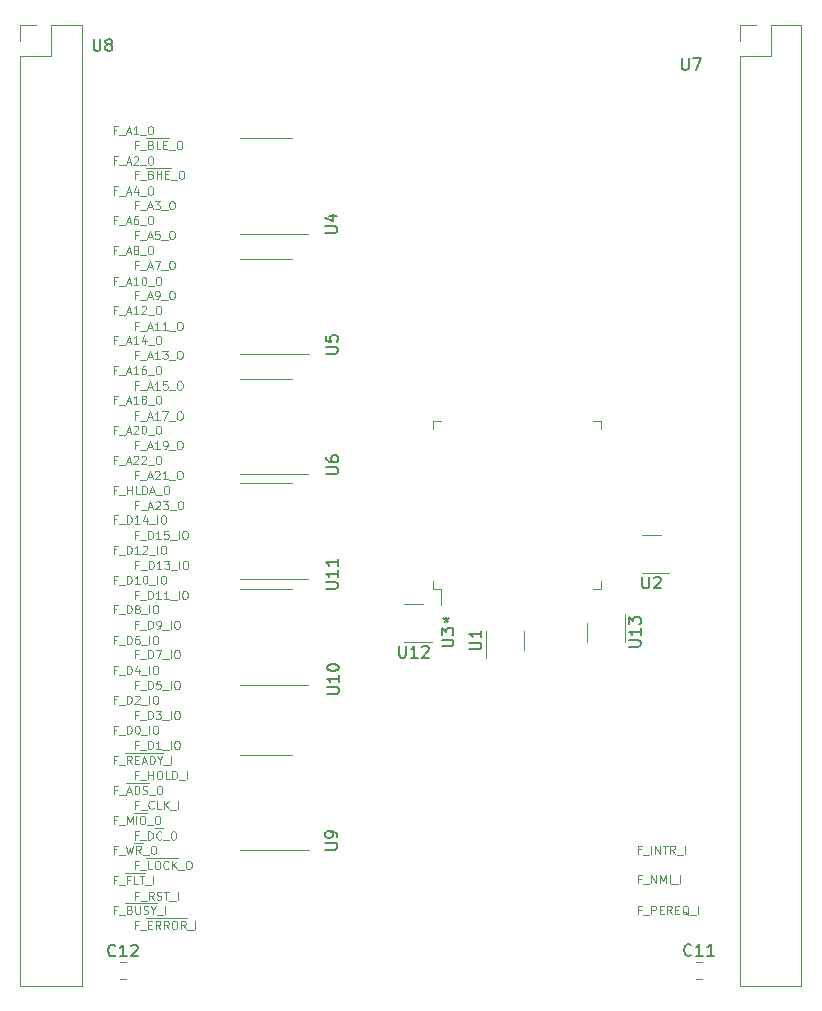
<source format=gbr>
%TF.GenerationSoftware,KiCad,Pcbnew,(5.1.6)-1*%
%TF.CreationDate,2020-07-30T18:42:53+03:00*%
%TF.ProjectId,386_v1,3338365f-7631-42e6-9b69-6361645f7063,rev?*%
%TF.SameCoordinates,Original*%
%TF.FileFunction,Legend,Top*%
%TF.FilePolarity,Positive*%
%FSLAX46Y46*%
G04 Gerber Fmt 4.6, Leading zero omitted, Abs format (unit mm)*
G04 Created by KiCad (PCBNEW (5.1.6)-1) date 2020-07-30 18:42:53*
%MOMM*%
%LPD*%
G01*
G04 APERTURE LIST*
%ADD10C,0.100000*%
%ADD11C,0.150000*%
%ADD12C,0.120000*%
G04 APERTURE END LIST*
D10*
X83065000Y-96450000D02*
X82831666Y-96450000D01*
X82831666Y-96816666D02*
X82831666Y-96116666D01*
X83165000Y-96116666D01*
X83265000Y-96883333D02*
X83798333Y-96883333D01*
X83965000Y-96816666D02*
X83965000Y-96116666D01*
X84298333Y-96816666D02*
X84298333Y-96116666D01*
X84698333Y-96816666D01*
X84698333Y-96116666D01*
X84931666Y-96116666D02*
X85331666Y-96116666D01*
X85131666Y-96816666D02*
X85131666Y-96116666D01*
X85965000Y-96816666D02*
X85731666Y-96483333D01*
X85565000Y-96816666D02*
X85565000Y-96116666D01*
X85831666Y-96116666D01*
X85898333Y-96150000D01*
X85931666Y-96183333D01*
X85965000Y-96250000D01*
X85965000Y-96350000D01*
X85931666Y-96416666D01*
X85898333Y-96450000D01*
X85831666Y-96483333D01*
X85565000Y-96483333D01*
X86098333Y-96883333D02*
X86631666Y-96883333D01*
X86798333Y-96816666D02*
X86798333Y-96116666D01*
X83065000Y-98950000D02*
X82831666Y-98950000D01*
X82831666Y-99316666D02*
X82831666Y-98616666D01*
X83165000Y-98616666D01*
X83265000Y-99383333D02*
X83798333Y-99383333D01*
X83965000Y-99316666D02*
X83965000Y-98616666D01*
X84365000Y-99316666D01*
X84365000Y-98616666D01*
X84698333Y-99316666D02*
X84698333Y-98616666D01*
X84931666Y-99116666D01*
X85165000Y-98616666D01*
X85165000Y-99316666D01*
X85498333Y-99316666D02*
X85498333Y-98616666D01*
X85665000Y-99383333D02*
X86198333Y-99383333D01*
X86365000Y-99316666D02*
X86365000Y-98616666D01*
X83065000Y-101550000D02*
X82831666Y-101550000D01*
X82831666Y-101916666D02*
X82831666Y-101216666D01*
X83165000Y-101216666D01*
X83265000Y-101983333D02*
X83798333Y-101983333D01*
X83965000Y-101916666D02*
X83965000Y-101216666D01*
X84231666Y-101216666D01*
X84298333Y-101250000D01*
X84331666Y-101283333D01*
X84365000Y-101350000D01*
X84365000Y-101450000D01*
X84331666Y-101516666D01*
X84298333Y-101550000D01*
X84231666Y-101583333D01*
X83965000Y-101583333D01*
X84665000Y-101550000D02*
X84898333Y-101550000D01*
X84998333Y-101916666D02*
X84665000Y-101916666D01*
X84665000Y-101216666D01*
X84998333Y-101216666D01*
X85698333Y-101916666D02*
X85465000Y-101583333D01*
X85298333Y-101916666D02*
X85298333Y-101216666D01*
X85565000Y-101216666D01*
X85631666Y-101250000D01*
X85665000Y-101283333D01*
X85698333Y-101350000D01*
X85698333Y-101450000D01*
X85665000Y-101516666D01*
X85631666Y-101550000D01*
X85565000Y-101583333D01*
X85298333Y-101583333D01*
X85998333Y-101550000D02*
X86231666Y-101550000D01*
X86331666Y-101916666D02*
X85998333Y-101916666D01*
X85998333Y-101216666D01*
X86331666Y-101216666D01*
X87098333Y-101983333D02*
X87031666Y-101950000D01*
X86965000Y-101883333D01*
X86865000Y-101783333D01*
X86798333Y-101750000D01*
X86731666Y-101750000D01*
X86765000Y-101916666D02*
X86698333Y-101883333D01*
X86631666Y-101816666D01*
X86598333Y-101683333D01*
X86598333Y-101450000D01*
X86631666Y-101316666D01*
X86698333Y-101250000D01*
X86765000Y-101216666D01*
X86898333Y-101216666D01*
X86965000Y-101250000D01*
X87031666Y-101316666D01*
X87065000Y-101450000D01*
X87065000Y-101683333D01*
X87031666Y-101816666D01*
X86965000Y-101883333D01*
X86898333Y-101916666D01*
X86765000Y-101916666D01*
X87198333Y-101983333D02*
X87731666Y-101983333D01*
X87898333Y-101916666D02*
X87898333Y-101216666D01*
X38665000Y-38100000D02*
X38431666Y-38100000D01*
X38431666Y-38466666D02*
X38431666Y-37766666D01*
X38765000Y-37766666D01*
X38865000Y-38533333D02*
X39398333Y-38533333D01*
X39531666Y-38266666D02*
X39865000Y-38266666D01*
X39465000Y-38466666D02*
X39698333Y-37766666D01*
X39931666Y-38466666D01*
X40131666Y-37833333D02*
X40165000Y-37800000D01*
X40231666Y-37766666D01*
X40398333Y-37766666D01*
X40465000Y-37800000D01*
X40498333Y-37833333D01*
X40531666Y-37900000D01*
X40531666Y-37966666D01*
X40498333Y-38066666D01*
X40098333Y-38466666D01*
X40531666Y-38466666D01*
X40665000Y-38533333D02*
X41198333Y-38533333D01*
X41498333Y-37766666D02*
X41631666Y-37766666D01*
X41698333Y-37800000D01*
X41765000Y-37866666D01*
X41798333Y-38000000D01*
X41798333Y-38233333D01*
X41765000Y-38366666D01*
X41698333Y-38433333D01*
X41631666Y-38466666D01*
X41498333Y-38466666D01*
X41431666Y-38433333D01*
X41365000Y-38366666D01*
X41331666Y-38233333D01*
X41331666Y-38000000D01*
X41365000Y-37866666D01*
X41431666Y-37800000D01*
X41498333Y-37766666D01*
X40465000Y-41900000D02*
X40231666Y-41900000D01*
X40231666Y-42266666D02*
X40231666Y-41566666D01*
X40565000Y-41566666D01*
X40665000Y-42333333D02*
X41198333Y-42333333D01*
X41331666Y-42066666D02*
X41665000Y-42066666D01*
X41265000Y-42266666D02*
X41498333Y-41566666D01*
X41731666Y-42266666D01*
X41898333Y-41566666D02*
X42331666Y-41566666D01*
X42098333Y-41833333D01*
X42198333Y-41833333D01*
X42265000Y-41866666D01*
X42298333Y-41900000D01*
X42331666Y-41966666D01*
X42331666Y-42133333D01*
X42298333Y-42200000D01*
X42265000Y-42233333D01*
X42198333Y-42266666D01*
X41998333Y-42266666D01*
X41931666Y-42233333D01*
X41898333Y-42200000D01*
X42465000Y-42333333D02*
X42998333Y-42333333D01*
X43298333Y-41566666D02*
X43431666Y-41566666D01*
X43498333Y-41600000D01*
X43565000Y-41666666D01*
X43598333Y-41800000D01*
X43598333Y-42033333D01*
X43565000Y-42166666D01*
X43498333Y-42233333D01*
X43431666Y-42266666D01*
X43298333Y-42266666D01*
X43231666Y-42233333D01*
X43165000Y-42166666D01*
X43131666Y-42033333D01*
X43131666Y-41800000D01*
X43165000Y-41666666D01*
X43231666Y-41600000D01*
X43298333Y-41566666D01*
X38665000Y-40650000D02*
X38431666Y-40650000D01*
X38431666Y-41016666D02*
X38431666Y-40316666D01*
X38765000Y-40316666D01*
X38865000Y-41083333D02*
X39398333Y-41083333D01*
X39531666Y-40816666D02*
X39865000Y-40816666D01*
X39465000Y-41016666D02*
X39698333Y-40316666D01*
X39931666Y-41016666D01*
X40465000Y-40550000D02*
X40465000Y-41016666D01*
X40298333Y-40283333D02*
X40131666Y-40783333D01*
X40565000Y-40783333D01*
X40665000Y-41083333D02*
X41198333Y-41083333D01*
X41498333Y-40316666D02*
X41631666Y-40316666D01*
X41698333Y-40350000D01*
X41765000Y-40416666D01*
X41798333Y-40550000D01*
X41798333Y-40783333D01*
X41765000Y-40916666D01*
X41698333Y-40983333D01*
X41631666Y-41016666D01*
X41498333Y-41016666D01*
X41431666Y-40983333D01*
X41365000Y-40916666D01*
X41331666Y-40783333D01*
X41331666Y-40550000D01*
X41365000Y-40416666D01*
X41431666Y-40350000D01*
X41498333Y-40316666D01*
X40465000Y-44400000D02*
X40231666Y-44400000D01*
X40231666Y-44766666D02*
X40231666Y-44066666D01*
X40565000Y-44066666D01*
X40665000Y-44833333D02*
X41198333Y-44833333D01*
X41331666Y-44566666D02*
X41665000Y-44566666D01*
X41265000Y-44766666D02*
X41498333Y-44066666D01*
X41731666Y-44766666D01*
X42298333Y-44066666D02*
X41965000Y-44066666D01*
X41931666Y-44400000D01*
X41965000Y-44366666D01*
X42031666Y-44333333D01*
X42198333Y-44333333D01*
X42265000Y-44366666D01*
X42298333Y-44400000D01*
X42331666Y-44466666D01*
X42331666Y-44633333D01*
X42298333Y-44700000D01*
X42265000Y-44733333D01*
X42198333Y-44766666D01*
X42031666Y-44766666D01*
X41965000Y-44733333D01*
X41931666Y-44700000D01*
X42465000Y-44833333D02*
X42998333Y-44833333D01*
X43298333Y-44066666D02*
X43431666Y-44066666D01*
X43498333Y-44100000D01*
X43565000Y-44166666D01*
X43598333Y-44300000D01*
X43598333Y-44533333D01*
X43565000Y-44666666D01*
X43498333Y-44733333D01*
X43431666Y-44766666D01*
X43298333Y-44766666D01*
X43231666Y-44733333D01*
X43165000Y-44666666D01*
X43131666Y-44533333D01*
X43131666Y-44300000D01*
X43165000Y-44166666D01*
X43231666Y-44100000D01*
X43298333Y-44066666D01*
X38665000Y-43150000D02*
X38431666Y-43150000D01*
X38431666Y-43516666D02*
X38431666Y-42816666D01*
X38765000Y-42816666D01*
X38865000Y-43583333D02*
X39398333Y-43583333D01*
X39531666Y-43316666D02*
X39865000Y-43316666D01*
X39465000Y-43516666D02*
X39698333Y-42816666D01*
X39931666Y-43516666D01*
X40465000Y-42816666D02*
X40331666Y-42816666D01*
X40265000Y-42850000D01*
X40231666Y-42883333D01*
X40165000Y-42983333D01*
X40131666Y-43116666D01*
X40131666Y-43383333D01*
X40165000Y-43450000D01*
X40198333Y-43483333D01*
X40265000Y-43516666D01*
X40398333Y-43516666D01*
X40465000Y-43483333D01*
X40498333Y-43450000D01*
X40531666Y-43383333D01*
X40531666Y-43216666D01*
X40498333Y-43150000D01*
X40465000Y-43116666D01*
X40398333Y-43083333D01*
X40265000Y-43083333D01*
X40198333Y-43116666D01*
X40165000Y-43150000D01*
X40131666Y-43216666D01*
X40665000Y-43583333D02*
X41198333Y-43583333D01*
X41498333Y-42816666D02*
X41631666Y-42816666D01*
X41698333Y-42850000D01*
X41765000Y-42916666D01*
X41798333Y-43050000D01*
X41798333Y-43283333D01*
X41765000Y-43416666D01*
X41698333Y-43483333D01*
X41631666Y-43516666D01*
X41498333Y-43516666D01*
X41431666Y-43483333D01*
X41365000Y-43416666D01*
X41331666Y-43283333D01*
X41331666Y-43050000D01*
X41365000Y-42916666D01*
X41431666Y-42850000D01*
X41498333Y-42816666D01*
X40465000Y-46950000D02*
X40231666Y-46950000D01*
X40231666Y-47316666D02*
X40231666Y-46616666D01*
X40565000Y-46616666D01*
X40665000Y-47383333D02*
X41198333Y-47383333D01*
X41331666Y-47116666D02*
X41665000Y-47116666D01*
X41265000Y-47316666D02*
X41498333Y-46616666D01*
X41731666Y-47316666D01*
X41898333Y-46616666D02*
X42365000Y-46616666D01*
X42065000Y-47316666D01*
X42465000Y-47383333D02*
X42998333Y-47383333D01*
X43298333Y-46616666D02*
X43431666Y-46616666D01*
X43498333Y-46650000D01*
X43565000Y-46716666D01*
X43598333Y-46850000D01*
X43598333Y-47083333D01*
X43565000Y-47216666D01*
X43498333Y-47283333D01*
X43431666Y-47316666D01*
X43298333Y-47316666D01*
X43231666Y-47283333D01*
X43165000Y-47216666D01*
X43131666Y-47083333D01*
X43131666Y-46850000D01*
X43165000Y-46716666D01*
X43231666Y-46650000D01*
X43298333Y-46616666D01*
X38665000Y-45700000D02*
X38431666Y-45700000D01*
X38431666Y-46066666D02*
X38431666Y-45366666D01*
X38765000Y-45366666D01*
X38865000Y-46133333D02*
X39398333Y-46133333D01*
X39531666Y-45866666D02*
X39865000Y-45866666D01*
X39465000Y-46066666D02*
X39698333Y-45366666D01*
X39931666Y-46066666D01*
X40265000Y-45666666D02*
X40198333Y-45633333D01*
X40165000Y-45600000D01*
X40131666Y-45533333D01*
X40131666Y-45500000D01*
X40165000Y-45433333D01*
X40198333Y-45400000D01*
X40265000Y-45366666D01*
X40398333Y-45366666D01*
X40465000Y-45400000D01*
X40498333Y-45433333D01*
X40531666Y-45500000D01*
X40531666Y-45533333D01*
X40498333Y-45600000D01*
X40465000Y-45633333D01*
X40398333Y-45666666D01*
X40265000Y-45666666D01*
X40198333Y-45700000D01*
X40165000Y-45733333D01*
X40131666Y-45800000D01*
X40131666Y-45933333D01*
X40165000Y-46000000D01*
X40198333Y-46033333D01*
X40265000Y-46066666D01*
X40398333Y-46066666D01*
X40465000Y-46033333D01*
X40498333Y-46000000D01*
X40531666Y-45933333D01*
X40531666Y-45800000D01*
X40498333Y-45733333D01*
X40465000Y-45700000D01*
X40398333Y-45666666D01*
X40665000Y-46133333D02*
X41198333Y-46133333D01*
X41498333Y-45366666D02*
X41631666Y-45366666D01*
X41698333Y-45400000D01*
X41765000Y-45466666D01*
X41798333Y-45600000D01*
X41798333Y-45833333D01*
X41765000Y-45966666D01*
X41698333Y-46033333D01*
X41631666Y-46066666D01*
X41498333Y-46066666D01*
X41431666Y-46033333D01*
X41365000Y-45966666D01*
X41331666Y-45833333D01*
X41331666Y-45600000D01*
X41365000Y-45466666D01*
X41431666Y-45400000D01*
X41498333Y-45366666D01*
X40465000Y-49500000D02*
X40231666Y-49500000D01*
X40231666Y-49866666D02*
X40231666Y-49166666D01*
X40565000Y-49166666D01*
X40665000Y-49933333D02*
X41198333Y-49933333D01*
X41331666Y-49666666D02*
X41665000Y-49666666D01*
X41265000Y-49866666D02*
X41498333Y-49166666D01*
X41731666Y-49866666D01*
X41998333Y-49866666D02*
X42131666Y-49866666D01*
X42198333Y-49833333D01*
X42231666Y-49800000D01*
X42298333Y-49700000D01*
X42331666Y-49566666D01*
X42331666Y-49300000D01*
X42298333Y-49233333D01*
X42265000Y-49200000D01*
X42198333Y-49166666D01*
X42065000Y-49166666D01*
X41998333Y-49200000D01*
X41965000Y-49233333D01*
X41931666Y-49300000D01*
X41931666Y-49466666D01*
X41965000Y-49533333D01*
X41998333Y-49566666D01*
X42065000Y-49600000D01*
X42198333Y-49600000D01*
X42265000Y-49566666D01*
X42298333Y-49533333D01*
X42331666Y-49466666D01*
X42465000Y-49933333D02*
X42998333Y-49933333D01*
X43298333Y-49166666D02*
X43431666Y-49166666D01*
X43498333Y-49200000D01*
X43565000Y-49266666D01*
X43598333Y-49400000D01*
X43598333Y-49633333D01*
X43565000Y-49766666D01*
X43498333Y-49833333D01*
X43431666Y-49866666D01*
X43298333Y-49866666D01*
X43231666Y-49833333D01*
X43165000Y-49766666D01*
X43131666Y-49633333D01*
X43131666Y-49400000D01*
X43165000Y-49266666D01*
X43231666Y-49200000D01*
X43298333Y-49166666D01*
X38665000Y-48300000D02*
X38431666Y-48300000D01*
X38431666Y-48666666D02*
X38431666Y-47966666D01*
X38765000Y-47966666D01*
X38865000Y-48733333D02*
X39398333Y-48733333D01*
X39531666Y-48466666D02*
X39865000Y-48466666D01*
X39465000Y-48666666D02*
X39698333Y-47966666D01*
X39931666Y-48666666D01*
X40531666Y-48666666D02*
X40131666Y-48666666D01*
X40331666Y-48666666D02*
X40331666Y-47966666D01*
X40265000Y-48066666D01*
X40198333Y-48133333D01*
X40131666Y-48166666D01*
X40965000Y-47966666D02*
X41031666Y-47966666D01*
X41098333Y-48000000D01*
X41131666Y-48033333D01*
X41165000Y-48100000D01*
X41198333Y-48233333D01*
X41198333Y-48400000D01*
X41165000Y-48533333D01*
X41131666Y-48600000D01*
X41098333Y-48633333D01*
X41031666Y-48666666D01*
X40965000Y-48666666D01*
X40898333Y-48633333D01*
X40865000Y-48600000D01*
X40831666Y-48533333D01*
X40798333Y-48400000D01*
X40798333Y-48233333D01*
X40831666Y-48100000D01*
X40865000Y-48033333D01*
X40898333Y-48000000D01*
X40965000Y-47966666D01*
X41331666Y-48733333D02*
X41865000Y-48733333D01*
X42165000Y-47966666D02*
X42298333Y-47966666D01*
X42365000Y-48000000D01*
X42431666Y-48066666D01*
X42465000Y-48200000D01*
X42465000Y-48433333D01*
X42431666Y-48566666D01*
X42365000Y-48633333D01*
X42298333Y-48666666D01*
X42165000Y-48666666D01*
X42098333Y-48633333D01*
X42031666Y-48566666D01*
X41998333Y-48433333D01*
X41998333Y-48200000D01*
X42031666Y-48066666D01*
X42098333Y-48000000D01*
X42165000Y-47966666D01*
X40465000Y-52100000D02*
X40231666Y-52100000D01*
X40231666Y-52466666D02*
X40231666Y-51766666D01*
X40565000Y-51766666D01*
X40665000Y-52533333D02*
X41198333Y-52533333D01*
X41331666Y-52266666D02*
X41665000Y-52266666D01*
X41265000Y-52466666D02*
X41498333Y-51766666D01*
X41731666Y-52466666D01*
X42331666Y-52466666D02*
X41931666Y-52466666D01*
X42131666Y-52466666D02*
X42131666Y-51766666D01*
X42065000Y-51866666D01*
X41998333Y-51933333D01*
X41931666Y-51966666D01*
X42998333Y-52466666D02*
X42598333Y-52466666D01*
X42798333Y-52466666D02*
X42798333Y-51766666D01*
X42731666Y-51866666D01*
X42665000Y-51933333D01*
X42598333Y-51966666D01*
X43131666Y-52533333D02*
X43665000Y-52533333D01*
X43965000Y-51766666D02*
X44098333Y-51766666D01*
X44165000Y-51800000D01*
X44231666Y-51866666D01*
X44265000Y-52000000D01*
X44265000Y-52233333D01*
X44231666Y-52366666D01*
X44165000Y-52433333D01*
X44098333Y-52466666D01*
X43965000Y-52466666D01*
X43898333Y-52433333D01*
X43831666Y-52366666D01*
X43798333Y-52233333D01*
X43798333Y-52000000D01*
X43831666Y-51866666D01*
X43898333Y-51800000D01*
X43965000Y-51766666D01*
X38665000Y-50750000D02*
X38431666Y-50750000D01*
X38431666Y-51116666D02*
X38431666Y-50416666D01*
X38765000Y-50416666D01*
X38865000Y-51183333D02*
X39398333Y-51183333D01*
X39531666Y-50916666D02*
X39865000Y-50916666D01*
X39465000Y-51116666D02*
X39698333Y-50416666D01*
X39931666Y-51116666D01*
X40531666Y-51116666D02*
X40131666Y-51116666D01*
X40331666Y-51116666D02*
X40331666Y-50416666D01*
X40265000Y-50516666D01*
X40198333Y-50583333D01*
X40131666Y-50616666D01*
X40798333Y-50483333D02*
X40831666Y-50450000D01*
X40898333Y-50416666D01*
X41065000Y-50416666D01*
X41131666Y-50450000D01*
X41165000Y-50483333D01*
X41198333Y-50550000D01*
X41198333Y-50616666D01*
X41165000Y-50716666D01*
X40765000Y-51116666D01*
X41198333Y-51116666D01*
X41331666Y-51183333D02*
X41865000Y-51183333D01*
X42165000Y-50416666D02*
X42298333Y-50416666D01*
X42365000Y-50450000D01*
X42431666Y-50516666D01*
X42465000Y-50650000D01*
X42465000Y-50883333D01*
X42431666Y-51016666D01*
X42365000Y-51083333D01*
X42298333Y-51116666D01*
X42165000Y-51116666D01*
X42098333Y-51083333D01*
X42031666Y-51016666D01*
X41998333Y-50883333D01*
X41998333Y-50650000D01*
X42031666Y-50516666D01*
X42098333Y-50450000D01*
X42165000Y-50416666D01*
X40465000Y-54550000D02*
X40231666Y-54550000D01*
X40231666Y-54916666D02*
X40231666Y-54216666D01*
X40565000Y-54216666D01*
X40665000Y-54983333D02*
X41198333Y-54983333D01*
X41331666Y-54716666D02*
X41665000Y-54716666D01*
X41265000Y-54916666D02*
X41498333Y-54216666D01*
X41731666Y-54916666D01*
X42331666Y-54916666D02*
X41931666Y-54916666D01*
X42131666Y-54916666D02*
X42131666Y-54216666D01*
X42065000Y-54316666D01*
X41998333Y-54383333D01*
X41931666Y-54416666D01*
X42565000Y-54216666D02*
X42998333Y-54216666D01*
X42765000Y-54483333D01*
X42865000Y-54483333D01*
X42931666Y-54516666D01*
X42965000Y-54550000D01*
X42998333Y-54616666D01*
X42998333Y-54783333D01*
X42965000Y-54850000D01*
X42931666Y-54883333D01*
X42865000Y-54916666D01*
X42665000Y-54916666D01*
X42598333Y-54883333D01*
X42565000Y-54850000D01*
X43131666Y-54983333D02*
X43665000Y-54983333D01*
X43965000Y-54216666D02*
X44098333Y-54216666D01*
X44165000Y-54250000D01*
X44231666Y-54316666D01*
X44265000Y-54450000D01*
X44265000Y-54683333D01*
X44231666Y-54816666D01*
X44165000Y-54883333D01*
X44098333Y-54916666D01*
X43965000Y-54916666D01*
X43898333Y-54883333D01*
X43831666Y-54816666D01*
X43798333Y-54683333D01*
X43798333Y-54450000D01*
X43831666Y-54316666D01*
X43898333Y-54250000D01*
X43965000Y-54216666D01*
X38665000Y-53300000D02*
X38431666Y-53300000D01*
X38431666Y-53666666D02*
X38431666Y-52966666D01*
X38765000Y-52966666D01*
X38865000Y-53733333D02*
X39398333Y-53733333D01*
X39531666Y-53466666D02*
X39865000Y-53466666D01*
X39465000Y-53666666D02*
X39698333Y-52966666D01*
X39931666Y-53666666D01*
X40531666Y-53666666D02*
X40131666Y-53666666D01*
X40331666Y-53666666D02*
X40331666Y-52966666D01*
X40265000Y-53066666D01*
X40198333Y-53133333D01*
X40131666Y-53166666D01*
X41131666Y-53200000D02*
X41131666Y-53666666D01*
X40965000Y-52933333D02*
X40798333Y-53433333D01*
X41231666Y-53433333D01*
X41331666Y-53733333D02*
X41865000Y-53733333D01*
X42165000Y-52966666D02*
X42298333Y-52966666D01*
X42365000Y-53000000D01*
X42431666Y-53066666D01*
X42465000Y-53200000D01*
X42465000Y-53433333D01*
X42431666Y-53566666D01*
X42365000Y-53633333D01*
X42298333Y-53666666D01*
X42165000Y-53666666D01*
X42098333Y-53633333D01*
X42031666Y-53566666D01*
X41998333Y-53433333D01*
X41998333Y-53200000D01*
X42031666Y-53066666D01*
X42098333Y-53000000D01*
X42165000Y-52966666D01*
X40465000Y-57150000D02*
X40231666Y-57150000D01*
X40231666Y-57516666D02*
X40231666Y-56816666D01*
X40565000Y-56816666D01*
X40665000Y-57583333D02*
X41198333Y-57583333D01*
X41331666Y-57316666D02*
X41665000Y-57316666D01*
X41265000Y-57516666D02*
X41498333Y-56816666D01*
X41731666Y-57516666D01*
X42331666Y-57516666D02*
X41931666Y-57516666D01*
X42131666Y-57516666D02*
X42131666Y-56816666D01*
X42065000Y-56916666D01*
X41998333Y-56983333D01*
X41931666Y-57016666D01*
X42965000Y-56816666D02*
X42631666Y-56816666D01*
X42598333Y-57150000D01*
X42631666Y-57116666D01*
X42698333Y-57083333D01*
X42865000Y-57083333D01*
X42931666Y-57116666D01*
X42965000Y-57150000D01*
X42998333Y-57216666D01*
X42998333Y-57383333D01*
X42965000Y-57450000D01*
X42931666Y-57483333D01*
X42865000Y-57516666D01*
X42698333Y-57516666D01*
X42631666Y-57483333D01*
X42598333Y-57450000D01*
X43131666Y-57583333D02*
X43665000Y-57583333D01*
X43965000Y-56816666D02*
X44098333Y-56816666D01*
X44165000Y-56850000D01*
X44231666Y-56916666D01*
X44265000Y-57050000D01*
X44265000Y-57283333D01*
X44231666Y-57416666D01*
X44165000Y-57483333D01*
X44098333Y-57516666D01*
X43965000Y-57516666D01*
X43898333Y-57483333D01*
X43831666Y-57416666D01*
X43798333Y-57283333D01*
X43798333Y-57050000D01*
X43831666Y-56916666D01*
X43898333Y-56850000D01*
X43965000Y-56816666D01*
X38665000Y-55850000D02*
X38431666Y-55850000D01*
X38431666Y-56216666D02*
X38431666Y-55516666D01*
X38765000Y-55516666D01*
X38865000Y-56283333D02*
X39398333Y-56283333D01*
X39531666Y-56016666D02*
X39865000Y-56016666D01*
X39465000Y-56216666D02*
X39698333Y-55516666D01*
X39931666Y-56216666D01*
X40531666Y-56216666D02*
X40131666Y-56216666D01*
X40331666Y-56216666D02*
X40331666Y-55516666D01*
X40265000Y-55616666D01*
X40198333Y-55683333D01*
X40131666Y-55716666D01*
X41131666Y-55516666D02*
X40998333Y-55516666D01*
X40931666Y-55550000D01*
X40898333Y-55583333D01*
X40831666Y-55683333D01*
X40798333Y-55816666D01*
X40798333Y-56083333D01*
X40831666Y-56150000D01*
X40865000Y-56183333D01*
X40931666Y-56216666D01*
X41065000Y-56216666D01*
X41131666Y-56183333D01*
X41165000Y-56150000D01*
X41198333Y-56083333D01*
X41198333Y-55916666D01*
X41165000Y-55850000D01*
X41131666Y-55816666D01*
X41065000Y-55783333D01*
X40931666Y-55783333D01*
X40865000Y-55816666D01*
X40831666Y-55850000D01*
X40798333Y-55916666D01*
X41331666Y-56283333D02*
X41865000Y-56283333D01*
X42165000Y-55516666D02*
X42298333Y-55516666D01*
X42365000Y-55550000D01*
X42431666Y-55616666D01*
X42465000Y-55750000D01*
X42465000Y-55983333D01*
X42431666Y-56116666D01*
X42365000Y-56183333D01*
X42298333Y-56216666D01*
X42165000Y-56216666D01*
X42098333Y-56183333D01*
X42031666Y-56116666D01*
X41998333Y-55983333D01*
X41998333Y-55750000D01*
X42031666Y-55616666D01*
X42098333Y-55550000D01*
X42165000Y-55516666D01*
X40465000Y-59700000D02*
X40231666Y-59700000D01*
X40231666Y-60066666D02*
X40231666Y-59366666D01*
X40565000Y-59366666D01*
X40665000Y-60133333D02*
X41198333Y-60133333D01*
X41331666Y-59866666D02*
X41665000Y-59866666D01*
X41265000Y-60066666D02*
X41498333Y-59366666D01*
X41731666Y-60066666D01*
X42331666Y-60066666D02*
X41931666Y-60066666D01*
X42131666Y-60066666D02*
X42131666Y-59366666D01*
X42065000Y-59466666D01*
X41998333Y-59533333D01*
X41931666Y-59566666D01*
X42565000Y-59366666D02*
X43031666Y-59366666D01*
X42731666Y-60066666D01*
X43131666Y-60133333D02*
X43665000Y-60133333D01*
X43965000Y-59366666D02*
X44098333Y-59366666D01*
X44165000Y-59400000D01*
X44231666Y-59466666D01*
X44265000Y-59600000D01*
X44265000Y-59833333D01*
X44231666Y-59966666D01*
X44165000Y-60033333D01*
X44098333Y-60066666D01*
X43965000Y-60066666D01*
X43898333Y-60033333D01*
X43831666Y-59966666D01*
X43798333Y-59833333D01*
X43798333Y-59600000D01*
X43831666Y-59466666D01*
X43898333Y-59400000D01*
X43965000Y-59366666D01*
X38665000Y-58350000D02*
X38431666Y-58350000D01*
X38431666Y-58716666D02*
X38431666Y-58016666D01*
X38765000Y-58016666D01*
X38865000Y-58783333D02*
X39398333Y-58783333D01*
X39531666Y-58516666D02*
X39865000Y-58516666D01*
X39465000Y-58716666D02*
X39698333Y-58016666D01*
X39931666Y-58716666D01*
X40531666Y-58716666D02*
X40131666Y-58716666D01*
X40331666Y-58716666D02*
X40331666Y-58016666D01*
X40265000Y-58116666D01*
X40198333Y-58183333D01*
X40131666Y-58216666D01*
X40931666Y-58316666D02*
X40865000Y-58283333D01*
X40831666Y-58250000D01*
X40798333Y-58183333D01*
X40798333Y-58150000D01*
X40831666Y-58083333D01*
X40865000Y-58050000D01*
X40931666Y-58016666D01*
X41065000Y-58016666D01*
X41131666Y-58050000D01*
X41165000Y-58083333D01*
X41198333Y-58150000D01*
X41198333Y-58183333D01*
X41165000Y-58250000D01*
X41131666Y-58283333D01*
X41065000Y-58316666D01*
X40931666Y-58316666D01*
X40865000Y-58350000D01*
X40831666Y-58383333D01*
X40798333Y-58450000D01*
X40798333Y-58583333D01*
X40831666Y-58650000D01*
X40865000Y-58683333D01*
X40931666Y-58716666D01*
X41065000Y-58716666D01*
X41131666Y-58683333D01*
X41165000Y-58650000D01*
X41198333Y-58583333D01*
X41198333Y-58450000D01*
X41165000Y-58383333D01*
X41131666Y-58350000D01*
X41065000Y-58316666D01*
X41331666Y-58783333D02*
X41865000Y-58783333D01*
X42165000Y-58016666D02*
X42298333Y-58016666D01*
X42365000Y-58050000D01*
X42431666Y-58116666D01*
X42465000Y-58250000D01*
X42465000Y-58483333D01*
X42431666Y-58616666D01*
X42365000Y-58683333D01*
X42298333Y-58716666D01*
X42165000Y-58716666D01*
X42098333Y-58683333D01*
X42031666Y-58616666D01*
X41998333Y-58483333D01*
X41998333Y-58250000D01*
X42031666Y-58116666D01*
X42098333Y-58050000D01*
X42165000Y-58016666D01*
X40465000Y-62200000D02*
X40231666Y-62200000D01*
X40231666Y-62566666D02*
X40231666Y-61866666D01*
X40565000Y-61866666D01*
X40665000Y-62633333D02*
X41198333Y-62633333D01*
X41331666Y-62366666D02*
X41665000Y-62366666D01*
X41265000Y-62566666D02*
X41498333Y-61866666D01*
X41731666Y-62566666D01*
X42331666Y-62566666D02*
X41931666Y-62566666D01*
X42131666Y-62566666D02*
X42131666Y-61866666D01*
X42065000Y-61966666D01*
X41998333Y-62033333D01*
X41931666Y-62066666D01*
X42665000Y-62566666D02*
X42798333Y-62566666D01*
X42865000Y-62533333D01*
X42898333Y-62500000D01*
X42965000Y-62400000D01*
X42998333Y-62266666D01*
X42998333Y-62000000D01*
X42965000Y-61933333D01*
X42931666Y-61900000D01*
X42865000Y-61866666D01*
X42731666Y-61866666D01*
X42665000Y-61900000D01*
X42631666Y-61933333D01*
X42598333Y-62000000D01*
X42598333Y-62166666D01*
X42631666Y-62233333D01*
X42665000Y-62266666D01*
X42731666Y-62300000D01*
X42865000Y-62300000D01*
X42931666Y-62266666D01*
X42965000Y-62233333D01*
X42998333Y-62166666D01*
X43131666Y-62633333D02*
X43665000Y-62633333D01*
X43965000Y-61866666D02*
X44098333Y-61866666D01*
X44165000Y-61900000D01*
X44231666Y-61966666D01*
X44265000Y-62100000D01*
X44265000Y-62333333D01*
X44231666Y-62466666D01*
X44165000Y-62533333D01*
X44098333Y-62566666D01*
X43965000Y-62566666D01*
X43898333Y-62533333D01*
X43831666Y-62466666D01*
X43798333Y-62333333D01*
X43798333Y-62100000D01*
X43831666Y-61966666D01*
X43898333Y-61900000D01*
X43965000Y-61866666D01*
X38665000Y-60900000D02*
X38431666Y-60900000D01*
X38431666Y-61266666D02*
X38431666Y-60566666D01*
X38765000Y-60566666D01*
X38865000Y-61333333D02*
X39398333Y-61333333D01*
X39531666Y-61066666D02*
X39865000Y-61066666D01*
X39465000Y-61266666D02*
X39698333Y-60566666D01*
X39931666Y-61266666D01*
X40131666Y-60633333D02*
X40165000Y-60600000D01*
X40231666Y-60566666D01*
X40398333Y-60566666D01*
X40465000Y-60600000D01*
X40498333Y-60633333D01*
X40531666Y-60700000D01*
X40531666Y-60766666D01*
X40498333Y-60866666D01*
X40098333Y-61266666D01*
X40531666Y-61266666D01*
X40965000Y-60566666D02*
X41031666Y-60566666D01*
X41098333Y-60600000D01*
X41131666Y-60633333D01*
X41165000Y-60700000D01*
X41198333Y-60833333D01*
X41198333Y-61000000D01*
X41165000Y-61133333D01*
X41131666Y-61200000D01*
X41098333Y-61233333D01*
X41031666Y-61266666D01*
X40965000Y-61266666D01*
X40898333Y-61233333D01*
X40865000Y-61200000D01*
X40831666Y-61133333D01*
X40798333Y-61000000D01*
X40798333Y-60833333D01*
X40831666Y-60700000D01*
X40865000Y-60633333D01*
X40898333Y-60600000D01*
X40965000Y-60566666D01*
X41331666Y-61333333D02*
X41865000Y-61333333D01*
X42165000Y-60566666D02*
X42298333Y-60566666D01*
X42365000Y-60600000D01*
X42431666Y-60666666D01*
X42465000Y-60800000D01*
X42465000Y-61033333D01*
X42431666Y-61166666D01*
X42365000Y-61233333D01*
X42298333Y-61266666D01*
X42165000Y-61266666D01*
X42098333Y-61233333D01*
X42031666Y-61166666D01*
X41998333Y-61033333D01*
X41998333Y-60800000D01*
X42031666Y-60666666D01*
X42098333Y-60600000D01*
X42165000Y-60566666D01*
X40465000Y-64750000D02*
X40231666Y-64750000D01*
X40231666Y-65116666D02*
X40231666Y-64416666D01*
X40565000Y-64416666D01*
X40665000Y-65183333D02*
X41198333Y-65183333D01*
X41331666Y-64916666D02*
X41665000Y-64916666D01*
X41265000Y-65116666D02*
X41498333Y-64416666D01*
X41731666Y-65116666D01*
X41931666Y-64483333D02*
X41965000Y-64450000D01*
X42031666Y-64416666D01*
X42198333Y-64416666D01*
X42265000Y-64450000D01*
X42298333Y-64483333D01*
X42331666Y-64550000D01*
X42331666Y-64616666D01*
X42298333Y-64716666D01*
X41898333Y-65116666D01*
X42331666Y-65116666D01*
X42998333Y-65116666D02*
X42598333Y-65116666D01*
X42798333Y-65116666D02*
X42798333Y-64416666D01*
X42731666Y-64516666D01*
X42665000Y-64583333D01*
X42598333Y-64616666D01*
X43131666Y-65183333D02*
X43665000Y-65183333D01*
X43965000Y-64416666D02*
X44098333Y-64416666D01*
X44165000Y-64450000D01*
X44231666Y-64516666D01*
X44265000Y-64650000D01*
X44265000Y-64883333D01*
X44231666Y-65016666D01*
X44165000Y-65083333D01*
X44098333Y-65116666D01*
X43965000Y-65116666D01*
X43898333Y-65083333D01*
X43831666Y-65016666D01*
X43798333Y-64883333D01*
X43798333Y-64650000D01*
X43831666Y-64516666D01*
X43898333Y-64450000D01*
X43965000Y-64416666D01*
X38665000Y-63450000D02*
X38431666Y-63450000D01*
X38431666Y-63816666D02*
X38431666Y-63116666D01*
X38765000Y-63116666D01*
X38865000Y-63883333D02*
X39398333Y-63883333D01*
X39531666Y-63616666D02*
X39865000Y-63616666D01*
X39465000Y-63816666D02*
X39698333Y-63116666D01*
X39931666Y-63816666D01*
X40131666Y-63183333D02*
X40165000Y-63150000D01*
X40231666Y-63116666D01*
X40398333Y-63116666D01*
X40465000Y-63150000D01*
X40498333Y-63183333D01*
X40531666Y-63250000D01*
X40531666Y-63316666D01*
X40498333Y-63416666D01*
X40098333Y-63816666D01*
X40531666Y-63816666D01*
X40798333Y-63183333D02*
X40831666Y-63150000D01*
X40898333Y-63116666D01*
X41065000Y-63116666D01*
X41131666Y-63150000D01*
X41165000Y-63183333D01*
X41198333Y-63250000D01*
X41198333Y-63316666D01*
X41165000Y-63416666D01*
X40765000Y-63816666D01*
X41198333Y-63816666D01*
X41331666Y-63883333D02*
X41865000Y-63883333D01*
X42165000Y-63116666D02*
X42298333Y-63116666D01*
X42365000Y-63150000D01*
X42431666Y-63216666D01*
X42465000Y-63350000D01*
X42465000Y-63583333D01*
X42431666Y-63716666D01*
X42365000Y-63783333D01*
X42298333Y-63816666D01*
X42165000Y-63816666D01*
X42098333Y-63783333D01*
X42031666Y-63716666D01*
X41998333Y-63583333D01*
X41998333Y-63350000D01*
X42031666Y-63216666D01*
X42098333Y-63150000D01*
X42165000Y-63116666D01*
X40515000Y-67300000D02*
X40281666Y-67300000D01*
X40281666Y-67666666D02*
X40281666Y-66966666D01*
X40615000Y-66966666D01*
X40715000Y-67733333D02*
X41248333Y-67733333D01*
X41381666Y-67466666D02*
X41715000Y-67466666D01*
X41315000Y-67666666D02*
X41548333Y-66966666D01*
X41781666Y-67666666D01*
X41981666Y-67033333D02*
X42015000Y-67000000D01*
X42081666Y-66966666D01*
X42248333Y-66966666D01*
X42315000Y-67000000D01*
X42348333Y-67033333D01*
X42381666Y-67100000D01*
X42381666Y-67166666D01*
X42348333Y-67266666D01*
X41948333Y-67666666D01*
X42381666Y-67666666D01*
X42615000Y-66966666D02*
X43048333Y-66966666D01*
X42815000Y-67233333D01*
X42915000Y-67233333D01*
X42981666Y-67266666D01*
X43015000Y-67300000D01*
X43048333Y-67366666D01*
X43048333Y-67533333D01*
X43015000Y-67600000D01*
X42981666Y-67633333D01*
X42915000Y-67666666D01*
X42715000Y-67666666D01*
X42648333Y-67633333D01*
X42615000Y-67600000D01*
X43181666Y-67733333D02*
X43715000Y-67733333D01*
X44015000Y-66966666D02*
X44148333Y-66966666D01*
X44215000Y-67000000D01*
X44281666Y-67066666D01*
X44315000Y-67200000D01*
X44315000Y-67433333D01*
X44281666Y-67566666D01*
X44215000Y-67633333D01*
X44148333Y-67666666D01*
X44015000Y-67666666D01*
X43948333Y-67633333D01*
X43881666Y-67566666D01*
X43848333Y-67433333D01*
X43848333Y-67200000D01*
X43881666Y-67066666D01*
X43948333Y-67000000D01*
X44015000Y-66966666D01*
X40465000Y-69800000D02*
X40231666Y-69800000D01*
X40231666Y-70166666D02*
X40231666Y-69466666D01*
X40565000Y-69466666D01*
X40665000Y-70233333D02*
X41198333Y-70233333D01*
X41365000Y-70166666D02*
X41365000Y-69466666D01*
X41531666Y-69466666D01*
X41631666Y-69500000D01*
X41698333Y-69566666D01*
X41731666Y-69633333D01*
X41765000Y-69766666D01*
X41765000Y-69866666D01*
X41731666Y-70000000D01*
X41698333Y-70066666D01*
X41631666Y-70133333D01*
X41531666Y-70166666D01*
X41365000Y-70166666D01*
X42431666Y-70166666D02*
X42031666Y-70166666D01*
X42231666Y-70166666D02*
X42231666Y-69466666D01*
X42165000Y-69566666D01*
X42098333Y-69633333D01*
X42031666Y-69666666D01*
X43065000Y-69466666D02*
X42731666Y-69466666D01*
X42698333Y-69800000D01*
X42731666Y-69766666D01*
X42798333Y-69733333D01*
X42965000Y-69733333D01*
X43031666Y-69766666D01*
X43065000Y-69800000D01*
X43098333Y-69866666D01*
X43098333Y-70033333D01*
X43065000Y-70100000D01*
X43031666Y-70133333D01*
X42965000Y-70166666D01*
X42798333Y-70166666D01*
X42731666Y-70133333D01*
X42698333Y-70100000D01*
X43231666Y-70233333D02*
X43765000Y-70233333D01*
X43931666Y-70166666D02*
X43931666Y-69466666D01*
X44398333Y-69466666D02*
X44531666Y-69466666D01*
X44598333Y-69500000D01*
X44665000Y-69566666D01*
X44698333Y-69700000D01*
X44698333Y-69933333D01*
X44665000Y-70066666D01*
X44598333Y-70133333D01*
X44531666Y-70166666D01*
X44398333Y-70166666D01*
X44331666Y-70133333D01*
X44265000Y-70066666D01*
X44231666Y-69933333D01*
X44231666Y-69700000D01*
X44265000Y-69566666D01*
X44331666Y-69500000D01*
X44398333Y-69466666D01*
X38665000Y-68500000D02*
X38431666Y-68500000D01*
X38431666Y-68866666D02*
X38431666Y-68166666D01*
X38765000Y-68166666D01*
X38865000Y-68933333D02*
X39398333Y-68933333D01*
X39565000Y-68866666D02*
X39565000Y-68166666D01*
X39731666Y-68166666D01*
X39831666Y-68200000D01*
X39898333Y-68266666D01*
X39931666Y-68333333D01*
X39965000Y-68466666D01*
X39965000Y-68566666D01*
X39931666Y-68700000D01*
X39898333Y-68766666D01*
X39831666Y-68833333D01*
X39731666Y-68866666D01*
X39565000Y-68866666D01*
X40631666Y-68866666D02*
X40231666Y-68866666D01*
X40431666Y-68866666D02*
X40431666Y-68166666D01*
X40365000Y-68266666D01*
X40298333Y-68333333D01*
X40231666Y-68366666D01*
X41231666Y-68400000D02*
X41231666Y-68866666D01*
X41065000Y-68133333D02*
X40898333Y-68633333D01*
X41331666Y-68633333D01*
X41431666Y-68933333D02*
X41965000Y-68933333D01*
X42131666Y-68866666D02*
X42131666Y-68166666D01*
X42598333Y-68166666D02*
X42731666Y-68166666D01*
X42798333Y-68200000D01*
X42865000Y-68266666D01*
X42898333Y-68400000D01*
X42898333Y-68633333D01*
X42865000Y-68766666D01*
X42798333Y-68833333D01*
X42731666Y-68866666D01*
X42598333Y-68866666D01*
X42531666Y-68833333D01*
X42465000Y-68766666D01*
X42431666Y-68633333D01*
X42431666Y-68400000D01*
X42465000Y-68266666D01*
X42531666Y-68200000D01*
X42598333Y-68166666D01*
X40515000Y-72350000D02*
X40281666Y-72350000D01*
X40281666Y-72716666D02*
X40281666Y-72016666D01*
X40615000Y-72016666D01*
X40715000Y-72783333D02*
X41248333Y-72783333D01*
X41415000Y-72716666D02*
X41415000Y-72016666D01*
X41581666Y-72016666D01*
X41681666Y-72050000D01*
X41748333Y-72116666D01*
X41781666Y-72183333D01*
X41815000Y-72316666D01*
X41815000Y-72416666D01*
X41781666Y-72550000D01*
X41748333Y-72616666D01*
X41681666Y-72683333D01*
X41581666Y-72716666D01*
X41415000Y-72716666D01*
X42481666Y-72716666D02*
X42081666Y-72716666D01*
X42281666Y-72716666D02*
X42281666Y-72016666D01*
X42215000Y-72116666D01*
X42148333Y-72183333D01*
X42081666Y-72216666D01*
X42715000Y-72016666D02*
X43148333Y-72016666D01*
X42915000Y-72283333D01*
X43015000Y-72283333D01*
X43081666Y-72316666D01*
X43115000Y-72350000D01*
X43148333Y-72416666D01*
X43148333Y-72583333D01*
X43115000Y-72650000D01*
X43081666Y-72683333D01*
X43015000Y-72716666D01*
X42815000Y-72716666D01*
X42748333Y-72683333D01*
X42715000Y-72650000D01*
X43281666Y-72783333D02*
X43815000Y-72783333D01*
X43981666Y-72716666D02*
X43981666Y-72016666D01*
X44448333Y-72016666D02*
X44581666Y-72016666D01*
X44648333Y-72050000D01*
X44715000Y-72116666D01*
X44748333Y-72250000D01*
X44748333Y-72483333D01*
X44715000Y-72616666D01*
X44648333Y-72683333D01*
X44581666Y-72716666D01*
X44448333Y-72716666D01*
X44381666Y-72683333D01*
X44315000Y-72616666D01*
X44281666Y-72483333D01*
X44281666Y-72250000D01*
X44315000Y-72116666D01*
X44381666Y-72050000D01*
X44448333Y-72016666D01*
X38665000Y-71050000D02*
X38431666Y-71050000D01*
X38431666Y-71416666D02*
X38431666Y-70716666D01*
X38765000Y-70716666D01*
X38865000Y-71483333D02*
X39398333Y-71483333D01*
X39565000Y-71416666D02*
X39565000Y-70716666D01*
X39731666Y-70716666D01*
X39831666Y-70750000D01*
X39898333Y-70816666D01*
X39931666Y-70883333D01*
X39965000Y-71016666D01*
X39965000Y-71116666D01*
X39931666Y-71250000D01*
X39898333Y-71316666D01*
X39831666Y-71383333D01*
X39731666Y-71416666D01*
X39565000Y-71416666D01*
X40631666Y-71416666D02*
X40231666Y-71416666D01*
X40431666Y-71416666D02*
X40431666Y-70716666D01*
X40365000Y-70816666D01*
X40298333Y-70883333D01*
X40231666Y-70916666D01*
X40898333Y-70783333D02*
X40931666Y-70750000D01*
X40998333Y-70716666D01*
X41165000Y-70716666D01*
X41231666Y-70750000D01*
X41265000Y-70783333D01*
X41298333Y-70850000D01*
X41298333Y-70916666D01*
X41265000Y-71016666D01*
X40865000Y-71416666D01*
X41298333Y-71416666D01*
X41431666Y-71483333D02*
X41965000Y-71483333D01*
X42131666Y-71416666D02*
X42131666Y-70716666D01*
X42598333Y-70716666D02*
X42731666Y-70716666D01*
X42798333Y-70750000D01*
X42865000Y-70816666D01*
X42898333Y-70950000D01*
X42898333Y-71183333D01*
X42865000Y-71316666D01*
X42798333Y-71383333D01*
X42731666Y-71416666D01*
X42598333Y-71416666D01*
X42531666Y-71383333D01*
X42465000Y-71316666D01*
X42431666Y-71183333D01*
X42431666Y-70950000D01*
X42465000Y-70816666D01*
X42531666Y-70750000D01*
X42598333Y-70716666D01*
X40465000Y-74900000D02*
X40231666Y-74900000D01*
X40231666Y-75266666D02*
X40231666Y-74566666D01*
X40565000Y-74566666D01*
X40665000Y-75333333D02*
X41198333Y-75333333D01*
X41365000Y-75266666D02*
X41365000Y-74566666D01*
X41531666Y-74566666D01*
X41631666Y-74600000D01*
X41698333Y-74666666D01*
X41731666Y-74733333D01*
X41765000Y-74866666D01*
X41765000Y-74966666D01*
X41731666Y-75100000D01*
X41698333Y-75166666D01*
X41631666Y-75233333D01*
X41531666Y-75266666D01*
X41365000Y-75266666D01*
X42431666Y-75266666D02*
X42031666Y-75266666D01*
X42231666Y-75266666D02*
X42231666Y-74566666D01*
X42165000Y-74666666D01*
X42098333Y-74733333D01*
X42031666Y-74766666D01*
X43098333Y-75266666D02*
X42698333Y-75266666D01*
X42898333Y-75266666D02*
X42898333Y-74566666D01*
X42831666Y-74666666D01*
X42765000Y-74733333D01*
X42698333Y-74766666D01*
X43231666Y-75333333D02*
X43765000Y-75333333D01*
X43931666Y-75266666D02*
X43931666Y-74566666D01*
X44398333Y-74566666D02*
X44531666Y-74566666D01*
X44598333Y-74600000D01*
X44665000Y-74666666D01*
X44698333Y-74800000D01*
X44698333Y-75033333D01*
X44665000Y-75166666D01*
X44598333Y-75233333D01*
X44531666Y-75266666D01*
X44398333Y-75266666D01*
X44331666Y-75233333D01*
X44265000Y-75166666D01*
X44231666Y-75033333D01*
X44231666Y-74800000D01*
X44265000Y-74666666D01*
X44331666Y-74600000D01*
X44398333Y-74566666D01*
X38665000Y-73600000D02*
X38431666Y-73600000D01*
X38431666Y-73966666D02*
X38431666Y-73266666D01*
X38765000Y-73266666D01*
X38865000Y-74033333D02*
X39398333Y-74033333D01*
X39565000Y-73966666D02*
X39565000Y-73266666D01*
X39731666Y-73266666D01*
X39831666Y-73300000D01*
X39898333Y-73366666D01*
X39931666Y-73433333D01*
X39965000Y-73566666D01*
X39965000Y-73666666D01*
X39931666Y-73800000D01*
X39898333Y-73866666D01*
X39831666Y-73933333D01*
X39731666Y-73966666D01*
X39565000Y-73966666D01*
X40631666Y-73966666D02*
X40231666Y-73966666D01*
X40431666Y-73966666D02*
X40431666Y-73266666D01*
X40365000Y-73366666D01*
X40298333Y-73433333D01*
X40231666Y-73466666D01*
X41065000Y-73266666D02*
X41131666Y-73266666D01*
X41198333Y-73300000D01*
X41231666Y-73333333D01*
X41265000Y-73400000D01*
X41298333Y-73533333D01*
X41298333Y-73700000D01*
X41265000Y-73833333D01*
X41231666Y-73900000D01*
X41198333Y-73933333D01*
X41131666Y-73966666D01*
X41065000Y-73966666D01*
X40998333Y-73933333D01*
X40965000Y-73900000D01*
X40931666Y-73833333D01*
X40898333Y-73700000D01*
X40898333Y-73533333D01*
X40931666Y-73400000D01*
X40965000Y-73333333D01*
X40998333Y-73300000D01*
X41065000Y-73266666D01*
X41431666Y-74033333D02*
X41965000Y-74033333D01*
X42131666Y-73966666D02*
X42131666Y-73266666D01*
X42598333Y-73266666D02*
X42731666Y-73266666D01*
X42798333Y-73300000D01*
X42865000Y-73366666D01*
X42898333Y-73500000D01*
X42898333Y-73733333D01*
X42865000Y-73866666D01*
X42798333Y-73933333D01*
X42731666Y-73966666D01*
X42598333Y-73966666D01*
X42531666Y-73933333D01*
X42465000Y-73866666D01*
X42431666Y-73733333D01*
X42431666Y-73500000D01*
X42465000Y-73366666D01*
X42531666Y-73300000D01*
X42598333Y-73266666D01*
X40465000Y-77400000D02*
X40231666Y-77400000D01*
X40231666Y-77766666D02*
X40231666Y-77066666D01*
X40565000Y-77066666D01*
X40665000Y-77833333D02*
X41198333Y-77833333D01*
X41365000Y-77766666D02*
X41365000Y-77066666D01*
X41531666Y-77066666D01*
X41631666Y-77100000D01*
X41698333Y-77166666D01*
X41731666Y-77233333D01*
X41765000Y-77366666D01*
X41765000Y-77466666D01*
X41731666Y-77600000D01*
X41698333Y-77666666D01*
X41631666Y-77733333D01*
X41531666Y-77766666D01*
X41365000Y-77766666D01*
X42098333Y-77766666D02*
X42231666Y-77766666D01*
X42298333Y-77733333D01*
X42331666Y-77700000D01*
X42398333Y-77600000D01*
X42431666Y-77466666D01*
X42431666Y-77200000D01*
X42398333Y-77133333D01*
X42365000Y-77100000D01*
X42298333Y-77066666D01*
X42165000Y-77066666D01*
X42098333Y-77100000D01*
X42065000Y-77133333D01*
X42031666Y-77200000D01*
X42031666Y-77366666D01*
X42065000Y-77433333D01*
X42098333Y-77466666D01*
X42165000Y-77500000D01*
X42298333Y-77500000D01*
X42365000Y-77466666D01*
X42398333Y-77433333D01*
X42431666Y-77366666D01*
X42565000Y-77833333D02*
X43098333Y-77833333D01*
X43265000Y-77766666D02*
X43265000Y-77066666D01*
X43731666Y-77066666D02*
X43865000Y-77066666D01*
X43931666Y-77100000D01*
X43998333Y-77166666D01*
X44031666Y-77300000D01*
X44031666Y-77533333D01*
X43998333Y-77666666D01*
X43931666Y-77733333D01*
X43865000Y-77766666D01*
X43731666Y-77766666D01*
X43665000Y-77733333D01*
X43598333Y-77666666D01*
X43565000Y-77533333D01*
X43565000Y-77300000D01*
X43598333Y-77166666D01*
X43665000Y-77100000D01*
X43731666Y-77066666D01*
X38665000Y-76100000D02*
X38431666Y-76100000D01*
X38431666Y-76466666D02*
X38431666Y-75766666D01*
X38765000Y-75766666D01*
X38865000Y-76533333D02*
X39398333Y-76533333D01*
X39565000Y-76466666D02*
X39565000Y-75766666D01*
X39731666Y-75766666D01*
X39831666Y-75800000D01*
X39898333Y-75866666D01*
X39931666Y-75933333D01*
X39965000Y-76066666D01*
X39965000Y-76166666D01*
X39931666Y-76300000D01*
X39898333Y-76366666D01*
X39831666Y-76433333D01*
X39731666Y-76466666D01*
X39565000Y-76466666D01*
X40365000Y-76066666D02*
X40298333Y-76033333D01*
X40265000Y-76000000D01*
X40231666Y-75933333D01*
X40231666Y-75900000D01*
X40265000Y-75833333D01*
X40298333Y-75800000D01*
X40365000Y-75766666D01*
X40498333Y-75766666D01*
X40565000Y-75800000D01*
X40598333Y-75833333D01*
X40631666Y-75900000D01*
X40631666Y-75933333D01*
X40598333Y-76000000D01*
X40565000Y-76033333D01*
X40498333Y-76066666D01*
X40365000Y-76066666D01*
X40298333Y-76100000D01*
X40265000Y-76133333D01*
X40231666Y-76200000D01*
X40231666Y-76333333D01*
X40265000Y-76400000D01*
X40298333Y-76433333D01*
X40365000Y-76466666D01*
X40498333Y-76466666D01*
X40565000Y-76433333D01*
X40598333Y-76400000D01*
X40631666Y-76333333D01*
X40631666Y-76200000D01*
X40598333Y-76133333D01*
X40565000Y-76100000D01*
X40498333Y-76066666D01*
X40765000Y-76533333D02*
X41298333Y-76533333D01*
X41465000Y-76466666D02*
X41465000Y-75766666D01*
X41931666Y-75766666D02*
X42065000Y-75766666D01*
X42131666Y-75800000D01*
X42198333Y-75866666D01*
X42231666Y-76000000D01*
X42231666Y-76233333D01*
X42198333Y-76366666D01*
X42131666Y-76433333D01*
X42065000Y-76466666D01*
X41931666Y-76466666D01*
X41865000Y-76433333D01*
X41798333Y-76366666D01*
X41765000Y-76233333D01*
X41765000Y-76000000D01*
X41798333Y-75866666D01*
X41865000Y-75800000D01*
X41931666Y-75766666D01*
X40465000Y-79900000D02*
X40231666Y-79900000D01*
X40231666Y-80266666D02*
X40231666Y-79566666D01*
X40565000Y-79566666D01*
X40665000Y-80333333D02*
X41198333Y-80333333D01*
X41365000Y-80266666D02*
X41365000Y-79566666D01*
X41531666Y-79566666D01*
X41631666Y-79600000D01*
X41698333Y-79666666D01*
X41731666Y-79733333D01*
X41765000Y-79866666D01*
X41765000Y-79966666D01*
X41731666Y-80100000D01*
X41698333Y-80166666D01*
X41631666Y-80233333D01*
X41531666Y-80266666D01*
X41365000Y-80266666D01*
X41998333Y-79566666D02*
X42465000Y-79566666D01*
X42165000Y-80266666D01*
X42565000Y-80333333D02*
X43098333Y-80333333D01*
X43265000Y-80266666D02*
X43265000Y-79566666D01*
X43731666Y-79566666D02*
X43865000Y-79566666D01*
X43931666Y-79600000D01*
X43998333Y-79666666D01*
X44031666Y-79800000D01*
X44031666Y-80033333D01*
X43998333Y-80166666D01*
X43931666Y-80233333D01*
X43865000Y-80266666D01*
X43731666Y-80266666D01*
X43665000Y-80233333D01*
X43598333Y-80166666D01*
X43565000Y-80033333D01*
X43565000Y-79800000D01*
X43598333Y-79666666D01*
X43665000Y-79600000D01*
X43731666Y-79566666D01*
X38665000Y-78700000D02*
X38431666Y-78700000D01*
X38431666Y-79066666D02*
X38431666Y-78366666D01*
X38765000Y-78366666D01*
X38865000Y-79133333D02*
X39398333Y-79133333D01*
X39565000Y-79066666D02*
X39565000Y-78366666D01*
X39731666Y-78366666D01*
X39831666Y-78400000D01*
X39898333Y-78466666D01*
X39931666Y-78533333D01*
X39965000Y-78666666D01*
X39965000Y-78766666D01*
X39931666Y-78900000D01*
X39898333Y-78966666D01*
X39831666Y-79033333D01*
X39731666Y-79066666D01*
X39565000Y-79066666D01*
X40565000Y-78366666D02*
X40431666Y-78366666D01*
X40365000Y-78400000D01*
X40331666Y-78433333D01*
X40265000Y-78533333D01*
X40231666Y-78666666D01*
X40231666Y-78933333D01*
X40265000Y-79000000D01*
X40298333Y-79033333D01*
X40365000Y-79066666D01*
X40498333Y-79066666D01*
X40565000Y-79033333D01*
X40598333Y-79000000D01*
X40631666Y-78933333D01*
X40631666Y-78766666D01*
X40598333Y-78700000D01*
X40565000Y-78666666D01*
X40498333Y-78633333D01*
X40365000Y-78633333D01*
X40298333Y-78666666D01*
X40265000Y-78700000D01*
X40231666Y-78766666D01*
X40765000Y-79133333D02*
X41298333Y-79133333D01*
X41465000Y-79066666D02*
X41465000Y-78366666D01*
X41931666Y-78366666D02*
X42065000Y-78366666D01*
X42131666Y-78400000D01*
X42198333Y-78466666D01*
X42231666Y-78600000D01*
X42231666Y-78833333D01*
X42198333Y-78966666D01*
X42131666Y-79033333D01*
X42065000Y-79066666D01*
X41931666Y-79066666D01*
X41865000Y-79033333D01*
X41798333Y-78966666D01*
X41765000Y-78833333D01*
X41765000Y-78600000D01*
X41798333Y-78466666D01*
X41865000Y-78400000D01*
X41931666Y-78366666D01*
X40465000Y-82500000D02*
X40231666Y-82500000D01*
X40231666Y-82866666D02*
X40231666Y-82166666D01*
X40565000Y-82166666D01*
X40665000Y-82933333D02*
X41198333Y-82933333D01*
X41365000Y-82866666D02*
X41365000Y-82166666D01*
X41531666Y-82166666D01*
X41631666Y-82200000D01*
X41698333Y-82266666D01*
X41731666Y-82333333D01*
X41765000Y-82466666D01*
X41765000Y-82566666D01*
X41731666Y-82700000D01*
X41698333Y-82766666D01*
X41631666Y-82833333D01*
X41531666Y-82866666D01*
X41365000Y-82866666D01*
X42398333Y-82166666D02*
X42065000Y-82166666D01*
X42031666Y-82500000D01*
X42065000Y-82466666D01*
X42131666Y-82433333D01*
X42298333Y-82433333D01*
X42365000Y-82466666D01*
X42398333Y-82500000D01*
X42431666Y-82566666D01*
X42431666Y-82733333D01*
X42398333Y-82800000D01*
X42365000Y-82833333D01*
X42298333Y-82866666D01*
X42131666Y-82866666D01*
X42065000Y-82833333D01*
X42031666Y-82800000D01*
X42565000Y-82933333D02*
X43098333Y-82933333D01*
X43265000Y-82866666D02*
X43265000Y-82166666D01*
X43731666Y-82166666D02*
X43865000Y-82166666D01*
X43931666Y-82200000D01*
X43998333Y-82266666D01*
X44031666Y-82400000D01*
X44031666Y-82633333D01*
X43998333Y-82766666D01*
X43931666Y-82833333D01*
X43865000Y-82866666D01*
X43731666Y-82866666D01*
X43665000Y-82833333D01*
X43598333Y-82766666D01*
X43565000Y-82633333D01*
X43565000Y-82400000D01*
X43598333Y-82266666D01*
X43665000Y-82200000D01*
X43731666Y-82166666D01*
X38665000Y-81250000D02*
X38431666Y-81250000D01*
X38431666Y-81616666D02*
X38431666Y-80916666D01*
X38765000Y-80916666D01*
X38865000Y-81683333D02*
X39398333Y-81683333D01*
X39565000Y-81616666D02*
X39565000Y-80916666D01*
X39731666Y-80916666D01*
X39831666Y-80950000D01*
X39898333Y-81016666D01*
X39931666Y-81083333D01*
X39965000Y-81216666D01*
X39965000Y-81316666D01*
X39931666Y-81450000D01*
X39898333Y-81516666D01*
X39831666Y-81583333D01*
X39731666Y-81616666D01*
X39565000Y-81616666D01*
X40565000Y-81150000D02*
X40565000Y-81616666D01*
X40398333Y-80883333D02*
X40231666Y-81383333D01*
X40665000Y-81383333D01*
X40765000Y-81683333D02*
X41298333Y-81683333D01*
X41465000Y-81616666D02*
X41465000Y-80916666D01*
X41931666Y-80916666D02*
X42065000Y-80916666D01*
X42131666Y-80950000D01*
X42198333Y-81016666D01*
X42231666Y-81150000D01*
X42231666Y-81383333D01*
X42198333Y-81516666D01*
X42131666Y-81583333D01*
X42065000Y-81616666D01*
X41931666Y-81616666D01*
X41865000Y-81583333D01*
X41798333Y-81516666D01*
X41765000Y-81383333D01*
X41765000Y-81150000D01*
X41798333Y-81016666D01*
X41865000Y-80950000D01*
X41931666Y-80916666D01*
X40465000Y-85050000D02*
X40231666Y-85050000D01*
X40231666Y-85416666D02*
X40231666Y-84716666D01*
X40565000Y-84716666D01*
X40665000Y-85483333D02*
X41198333Y-85483333D01*
X41365000Y-85416666D02*
X41365000Y-84716666D01*
X41531666Y-84716666D01*
X41631666Y-84750000D01*
X41698333Y-84816666D01*
X41731666Y-84883333D01*
X41765000Y-85016666D01*
X41765000Y-85116666D01*
X41731666Y-85250000D01*
X41698333Y-85316666D01*
X41631666Y-85383333D01*
X41531666Y-85416666D01*
X41365000Y-85416666D01*
X41998333Y-84716666D02*
X42431666Y-84716666D01*
X42198333Y-84983333D01*
X42298333Y-84983333D01*
X42365000Y-85016666D01*
X42398333Y-85050000D01*
X42431666Y-85116666D01*
X42431666Y-85283333D01*
X42398333Y-85350000D01*
X42365000Y-85383333D01*
X42298333Y-85416666D01*
X42098333Y-85416666D01*
X42031666Y-85383333D01*
X41998333Y-85350000D01*
X42565000Y-85483333D02*
X43098333Y-85483333D01*
X43265000Y-85416666D02*
X43265000Y-84716666D01*
X43731666Y-84716666D02*
X43865000Y-84716666D01*
X43931666Y-84750000D01*
X43998333Y-84816666D01*
X44031666Y-84950000D01*
X44031666Y-85183333D01*
X43998333Y-85316666D01*
X43931666Y-85383333D01*
X43865000Y-85416666D01*
X43731666Y-85416666D01*
X43665000Y-85383333D01*
X43598333Y-85316666D01*
X43565000Y-85183333D01*
X43565000Y-84950000D01*
X43598333Y-84816666D01*
X43665000Y-84750000D01*
X43731666Y-84716666D01*
X38665000Y-83750000D02*
X38431666Y-83750000D01*
X38431666Y-84116666D02*
X38431666Y-83416666D01*
X38765000Y-83416666D01*
X38865000Y-84183333D02*
X39398333Y-84183333D01*
X39565000Y-84116666D02*
X39565000Y-83416666D01*
X39731666Y-83416666D01*
X39831666Y-83450000D01*
X39898333Y-83516666D01*
X39931666Y-83583333D01*
X39965000Y-83716666D01*
X39965000Y-83816666D01*
X39931666Y-83950000D01*
X39898333Y-84016666D01*
X39831666Y-84083333D01*
X39731666Y-84116666D01*
X39565000Y-84116666D01*
X40231666Y-83483333D02*
X40265000Y-83450000D01*
X40331666Y-83416666D01*
X40498333Y-83416666D01*
X40565000Y-83450000D01*
X40598333Y-83483333D01*
X40631666Y-83550000D01*
X40631666Y-83616666D01*
X40598333Y-83716666D01*
X40198333Y-84116666D01*
X40631666Y-84116666D01*
X40765000Y-84183333D02*
X41298333Y-84183333D01*
X41465000Y-84116666D02*
X41465000Y-83416666D01*
X41931666Y-83416666D02*
X42065000Y-83416666D01*
X42131666Y-83450000D01*
X42198333Y-83516666D01*
X42231666Y-83650000D01*
X42231666Y-83883333D01*
X42198333Y-84016666D01*
X42131666Y-84083333D01*
X42065000Y-84116666D01*
X41931666Y-84116666D01*
X41865000Y-84083333D01*
X41798333Y-84016666D01*
X41765000Y-83883333D01*
X41765000Y-83650000D01*
X41798333Y-83516666D01*
X41865000Y-83450000D01*
X41931666Y-83416666D01*
X40465000Y-87600000D02*
X40231666Y-87600000D01*
X40231666Y-87966666D02*
X40231666Y-87266666D01*
X40565000Y-87266666D01*
X40665000Y-88033333D02*
X41198333Y-88033333D01*
X41365000Y-87966666D02*
X41365000Y-87266666D01*
X41531666Y-87266666D01*
X41631666Y-87300000D01*
X41698333Y-87366666D01*
X41731666Y-87433333D01*
X41765000Y-87566666D01*
X41765000Y-87666666D01*
X41731666Y-87800000D01*
X41698333Y-87866666D01*
X41631666Y-87933333D01*
X41531666Y-87966666D01*
X41365000Y-87966666D01*
X42431666Y-87966666D02*
X42031666Y-87966666D01*
X42231666Y-87966666D02*
X42231666Y-87266666D01*
X42165000Y-87366666D01*
X42098333Y-87433333D01*
X42031666Y-87466666D01*
X42565000Y-88033333D02*
X43098333Y-88033333D01*
X43265000Y-87966666D02*
X43265000Y-87266666D01*
X43731666Y-87266666D02*
X43865000Y-87266666D01*
X43931666Y-87300000D01*
X43998333Y-87366666D01*
X44031666Y-87500000D01*
X44031666Y-87733333D01*
X43998333Y-87866666D01*
X43931666Y-87933333D01*
X43865000Y-87966666D01*
X43731666Y-87966666D01*
X43665000Y-87933333D01*
X43598333Y-87866666D01*
X43565000Y-87733333D01*
X43565000Y-87500000D01*
X43598333Y-87366666D01*
X43665000Y-87300000D01*
X43731666Y-87266666D01*
X38665000Y-86300000D02*
X38431666Y-86300000D01*
X38431666Y-86666666D02*
X38431666Y-85966666D01*
X38765000Y-85966666D01*
X38865000Y-86733333D02*
X39398333Y-86733333D01*
X39565000Y-86666666D02*
X39565000Y-85966666D01*
X39731666Y-85966666D01*
X39831666Y-86000000D01*
X39898333Y-86066666D01*
X39931666Y-86133333D01*
X39965000Y-86266666D01*
X39965000Y-86366666D01*
X39931666Y-86500000D01*
X39898333Y-86566666D01*
X39831666Y-86633333D01*
X39731666Y-86666666D01*
X39565000Y-86666666D01*
X40398333Y-85966666D02*
X40465000Y-85966666D01*
X40531666Y-86000000D01*
X40565000Y-86033333D01*
X40598333Y-86100000D01*
X40631666Y-86233333D01*
X40631666Y-86400000D01*
X40598333Y-86533333D01*
X40565000Y-86600000D01*
X40531666Y-86633333D01*
X40465000Y-86666666D01*
X40398333Y-86666666D01*
X40331666Y-86633333D01*
X40298333Y-86600000D01*
X40265000Y-86533333D01*
X40231666Y-86400000D01*
X40231666Y-86233333D01*
X40265000Y-86100000D01*
X40298333Y-86033333D01*
X40331666Y-86000000D01*
X40398333Y-85966666D01*
X40765000Y-86733333D02*
X41298333Y-86733333D01*
X41465000Y-86666666D02*
X41465000Y-85966666D01*
X41931666Y-85966666D02*
X42065000Y-85966666D01*
X42131666Y-86000000D01*
X42198333Y-86066666D01*
X42231666Y-86200000D01*
X42231666Y-86433333D01*
X42198333Y-86566666D01*
X42131666Y-86633333D01*
X42065000Y-86666666D01*
X41931666Y-86666666D01*
X41865000Y-86633333D01*
X41798333Y-86566666D01*
X41765000Y-86433333D01*
X41765000Y-86200000D01*
X41798333Y-86066666D01*
X41865000Y-86000000D01*
X41931666Y-85966666D01*
X38665000Y-66000000D02*
X38431666Y-66000000D01*
X38431666Y-66366666D02*
X38431666Y-65666666D01*
X38765000Y-65666666D01*
X38865000Y-66433333D02*
X39398333Y-66433333D01*
X39565000Y-66366666D02*
X39565000Y-65666666D01*
X39565000Y-66000000D02*
X39965000Y-66000000D01*
X39965000Y-66366666D02*
X39965000Y-65666666D01*
X40631666Y-66366666D02*
X40298333Y-66366666D01*
X40298333Y-65666666D01*
X40865000Y-66366666D02*
X40865000Y-65666666D01*
X41031666Y-65666666D01*
X41131666Y-65700000D01*
X41198333Y-65766666D01*
X41231666Y-65833333D01*
X41265000Y-65966666D01*
X41265000Y-66066666D01*
X41231666Y-66200000D01*
X41198333Y-66266666D01*
X41131666Y-66333333D01*
X41031666Y-66366666D01*
X40865000Y-66366666D01*
X41531666Y-66166666D02*
X41865000Y-66166666D01*
X41465000Y-66366666D02*
X41698333Y-65666666D01*
X41931666Y-66366666D01*
X41998333Y-66433333D02*
X42531666Y-66433333D01*
X42831666Y-65666666D02*
X42965000Y-65666666D01*
X43031666Y-65700000D01*
X43098333Y-65766666D01*
X43131666Y-65900000D01*
X43131666Y-66133333D01*
X43098333Y-66266666D01*
X43031666Y-66333333D01*
X42965000Y-66366666D01*
X42831666Y-66366666D01*
X42765000Y-66333333D01*
X42698333Y-66266666D01*
X42665000Y-66133333D01*
X42665000Y-65900000D01*
X42698333Y-65766666D01*
X42765000Y-65700000D01*
X42831666Y-65666666D01*
X40465000Y-90150000D02*
X40231666Y-90150000D01*
X40231666Y-90516666D02*
X40231666Y-89816666D01*
X40565000Y-89816666D01*
X40665000Y-90583333D02*
X41198333Y-90583333D01*
X41365000Y-90516666D02*
X41365000Y-89816666D01*
X41365000Y-90150000D02*
X41765000Y-90150000D01*
X41765000Y-90516666D02*
X41765000Y-89816666D01*
X42231666Y-89816666D02*
X42365000Y-89816666D01*
X42431666Y-89850000D01*
X42498333Y-89916666D01*
X42531666Y-90050000D01*
X42531666Y-90283333D01*
X42498333Y-90416666D01*
X42431666Y-90483333D01*
X42365000Y-90516666D01*
X42231666Y-90516666D01*
X42165000Y-90483333D01*
X42098333Y-90416666D01*
X42065000Y-90283333D01*
X42065000Y-90050000D01*
X42098333Y-89916666D01*
X42165000Y-89850000D01*
X42231666Y-89816666D01*
X43165000Y-90516666D02*
X42831666Y-90516666D01*
X42831666Y-89816666D01*
X43398333Y-90516666D02*
X43398333Y-89816666D01*
X43565000Y-89816666D01*
X43665000Y-89850000D01*
X43731666Y-89916666D01*
X43765000Y-89983333D01*
X43798333Y-90116666D01*
X43798333Y-90216666D01*
X43765000Y-90350000D01*
X43731666Y-90416666D01*
X43665000Y-90483333D01*
X43565000Y-90516666D01*
X43398333Y-90516666D01*
X43931666Y-90583333D02*
X44465000Y-90583333D01*
X44631666Y-90516666D02*
X44631666Y-89816666D01*
X38665000Y-88850000D02*
X38431666Y-88850000D01*
X38431666Y-89216666D02*
X38431666Y-88516666D01*
X38765000Y-88516666D01*
X38865000Y-89283333D02*
X39398333Y-89283333D01*
X39398333Y-88266000D02*
X40098333Y-88266000D01*
X39965000Y-89216666D02*
X39731666Y-88883333D01*
X39565000Y-89216666D02*
X39565000Y-88516666D01*
X39831666Y-88516666D01*
X39898333Y-88550000D01*
X39931666Y-88583333D01*
X39965000Y-88650000D01*
X39965000Y-88750000D01*
X39931666Y-88816666D01*
X39898333Y-88850000D01*
X39831666Y-88883333D01*
X39565000Y-88883333D01*
X40098333Y-88266000D02*
X40731666Y-88266000D01*
X40265000Y-88850000D02*
X40498333Y-88850000D01*
X40598333Y-89216666D02*
X40265000Y-89216666D01*
X40265000Y-88516666D01*
X40598333Y-88516666D01*
X40731666Y-88266000D02*
X41331666Y-88266000D01*
X40865000Y-89016666D02*
X41198333Y-89016666D01*
X40798333Y-89216666D02*
X41031666Y-88516666D01*
X41265000Y-89216666D01*
X41331666Y-88266000D02*
X42031666Y-88266000D01*
X41498333Y-89216666D02*
X41498333Y-88516666D01*
X41665000Y-88516666D01*
X41765000Y-88550000D01*
X41831666Y-88616666D01*
X41865000Y-88683333D01*
X41898333Y-88816666D01*
X41898333Y-88916666D01*
X41865000Y-89050000D01*
X41831666Y-89116666D01*
X41765000Y-89183333D01*
X41665000Y-89216666D01*
X41498333Y-89216666D01*
X42031666Y-88266000D02*
X42631666Y-88266000D01*
X42331666Y-88883333D02*
X42331666Y-89216666D01*
X42098333Y-88516666D02*
X42331666Y-88883333D01*
X42565000Y-88516666D01*
X42631666Y-89283333D02*
X43165000Y-89283333D01*
X43331666Y-89216666D02*
X43331666Y-88516666D01*
X40515000Y-92650000D02*
X40281666Y-92650000D01*
X40281666Y-93016666D02*
X40281666Y-92316666D01*
X40615000Y-92316666D01*
X40715000Y-93083333D02*
X41248333Y-93083333D01*
X41815000Y-92950000D02*
X41781666Y-92983333D01*
X41681666Y-93016666D01*
X41615000Y-93016666D01*
X41515000Y-92983333D01*
X41448333Y-92916666D01*
X41415000Y-92850000D01*
X41381666Y-92716666D01*
X41381666Y-92616666D01*
X41415000Y-92483333D01*
X41448333Y-92416666D01*
X41515000Y-92350000D01*
X41615000Y-92316666D01*
X41681666Y-92316666D01*
X41781666Y-92350000D01*
X41815000Y-92383333D01*
X42448333Y-93016666D02*
X42115000Y-93016666D01*
X42115000Y-92316666D01*
X42681666Y-93016666D02*
X42681666Y-92316666D01*
X43081666Y-93016666D02*
X42781666Y-92616666D01*
X43081666Y-92316666D02*
X42681666Y-92716666D01*
X43215000Y-93083333D02*
X43748333Y-93083333D01*
X43915000Y-93016666D02*
X43915000Y-92316666D01*
X38715000Y-91400000D02*
X38481666Y-91400000D01*
X38481666Y-91766666D02*
X38481666Y-91066666D01*
X38815000Y-91066666D01*
X38915000Y-91833333D02*
X39448333Y-91833333D01*
X39448333Y-90816000D02*
X40048333Y-90816000D01*
X39581666Y-91566666D02*
X39915000Y-91566666D01*
X39515000Y-91766666D02*
X39748333Y-91066666D01*
X39981666Y-91766666D01*
X40048333Y-90816000D02*
X40748333Y-90816000D01*
X40215000Y-91766666D02*
X40215000Y-91066666D01*
X40381666Y-91066666D01*
X40481666Y-91100000D01*
X40548333Y-91166666D01*
X40581666Y-91233333D01*
X40615000Y-91366666D01*
X40615000Y-91466666D01*
X40581666Y-91600000D01*
X40548333Y-91666666D01*
X40481666Y-91733333D01*
X40381666Y-91766666D01*
X40215000Y-91766666D01*
X40748333Y-90816000D02*
X41415000Y-90816000D01*
X40881666Y-91733333D02*
X40981666Y-91766666D01*
X41148333Y-91766666D01*
X41215000Y-91733333D01*
X41248333Y-91700000D01*
X41281666Y-91633333D01*
X41281666Y-91566666D01*
X41248333Y-91500000D01*
X41215000Y-91466666D01*
X41148333Y-91433333D01*
X41015000Y-91400000D01*
X40948333Y-91366666D01*
X40915000Y-91333333D01*
X40881666Y-91266666D01*
X40881666Y-91200000D01*
X40915000Y-91133333D01*
X40948333Y-91100000D01*
X41015000Y-91066666D01*
X41181666Y-91066666D01*
X41281666Y-91100000D01*
X41415000Y-91833333D02*
X41948333Y-91833333D01*
X42248333Y-91066666D02*
X42381666Y-91066666D01*
X42448333Y-91100000D01*
X42515000Y-91166666D01*
X42548333Y-91300000D01*
X42548333Y-91533333D01*
X42515000Y-91666666D01*
X42448333Y-91733333D01*
X42381666Y-91766666D01*
X42248333Y-91766666D01*
X42181666Y-91733333D01*
X42115000Y-91666666D01*
X42081666Y-91533333D01*
X42081666Y-91300000D01*
X42115000Y-91166666D01*
X42181666Y-91100000D01*
X42248333Y-91066666D01*
X40465000Y-36800000D02*
X40231666Y-36800000D01*
X40231666Y-37166666D02*
X40231666Y-36466666D01*
X40565000Y-36466666D01*
X40665000Y-37233333D02*
X41198333Y-37233333D01*
X41198333Y-36216000D02*
X41898333Y-36216000D01*
X41598333Y-36800000D02*
X41698333Y-36833333D01*
X41731666Y-36866666D01*
X41765000Y-36933333D01*
X41765000Y-37033333D01*
X41731666Y-37100000D01*
X41698333Y-37133333D01*
X41631666Y-37166666D01*
X41365000Y-37166666D01*
X41365000Y-36466666D01*
X41598333Y-36466666D01*
X41665000Y-36500000D01*
X41698333Y-36533333D01*
X41731666Y-36600000D01*
X41731666Y-36666666D01*
X41698333Y-36733333D01*
X41665000Y-36766666D01*
X41598333Y-36800000D01*
X41365000Y-36800000D01*
X41898333Y-36216000D02*
X42465000Y-36216000D01*
X42398333Y-37166666D02*
X42065000Y-37166666D01*
X42065000Y-36466666D01*
X42465000Y-36216000D02*
X43098333Y-36216000D01*
X42631666Y-36800000D02*
X42865000Y-36800000D01*
X42965000Y-37166666D02*
X42631666Y-37166666D01*
X42631666Y-36466666D01*
X42965000Y-36466666D01*
X43098333Y-37233333D02*
X43631666Y-37233333D01*
X43931666Y-36466666D02*
X44065000Y-36466666D01*
X44131666Y-36500000D01*
X44198333Y-36566666D01*
X44231666Y-36700000D01*
X44231666Y-36933333D01*
X44198333Y-37066666D01*
X44131666Y-37133333D01*
X44065000Y-37166666D01*
X43931666Y-37166666D01*
X43865000Y-37133333D01*
X43798333Y-37066666D01*
X43765000Y-36933333D01*
X43765000Y-36700000D01*
X43798333Y-36566666D01*
X43865000Y-36500000D01*
X43931666Y-36466666D01*
X38665000Y-35550000D02*
X38431666Y-35550000D01*
X38431666Y-35916666D02*
X38431666Y-35216666D01*
X38765000Y-35216666D01*
X38865000Y-35983333D02*
X39398333Y-35983333D01*
X39531666Y-35716666D02*
X39865000Y-35716666D01*
X39465000Y-35916666D02*
X39698333Y-35216666D01*
X39931666Y-35916666D01*
X40531666Y-35916666D02*
X40131666Y-35916666D01*
X40331666Y-35916666D02*
X40331666Y-35216666D01*
X40265000Y-35316666D01*
X40198333Y-35383333D01*
X40131666Y-35416666D01*
X40665000Y-35983333D02*
X41198333Y-35983333D01*
X41498333Y-35216666D02*
X41631666Y-35216666D01*
X41698333Y-35250000D01*
X41765000Y-35316666D01*
X41798333Y-35450000D01*
X41798333Y-35683333D01*
X41765000Y-35816666D01*
X41698333Y-35883333D01*
X41631666Y-35916666D01*
X41498333Y-35916666D01*
X41431666Y-35883333D01*
X41365000Y-35816666D01*
X41331666Y-35683333D01*
X41331666Y-35450000D01*
X41365000Y-35316666D01*
X41431666Y-35250000D01*
X41498333Y-35216666D01*
X40465000Y-39300000D02*
X40231666Y-39300000D01*
X40231666Y-39666666D02*
X40231666Y-38966666D01*
X40565000Y-38966666D01*
X40665000Y-39733333D02*
X41198333Y-39733333D01*
X41198333Y-38716000D02*
X41898333Y-38716000D01*
X41598333Y-39300000D02*
X41698333Y-39333333D01*
X41731666Y-39366666D01*
X41765000Y-39433333D01*
X41765000Y-39533333D01*
X41731666Y-39600000D01*
X41698333Y-39633333D01*
X41631666Y-39666666D01*
X41365000Y-39666666D01*
X41365000Y-38966666D01*
X41598333Y-38966666D01*
X41665000Y-39000000D01*
X41698333Y-39033333D01*
X41731666Y-39100000D01*
X41731666Y-39166666D01*
X41698333Y-39233333D01*
X41665000Y-39266666D01*
X41598333Y-39300000D01*
X41365000Y-39300000D01*
X41898333Y-38716000D02*
X42631666Y-38716000D01*
X42065000Y-39666666D02*
X42065000Y-38966666D01*
X42065000Y-39300000D02*
X42465000Y-39300000D01*
X42465000Y-39666666D02*
X42465000Y-38966666D01*
X42631666Y-38716000D02*
X43265000Y-38716000D01*
X42798333Y-39300000D02*
X43031666Y-39300000D01*
X43131666Y-39666666D02*
X42798333Y-39666666D01*
X42798333Y-38966666D01*
X43131666Y-38966666D01*
X43265000Y-39733333D02*
X43798333Y-39733333D01*
X44098333Y-38966666D02*
X44231666Y-38966666D01*
X44298333Y-39000000D01*
X44365000Y-39066666D01*
X44398333Y-39200000D01*
X44398333Y-39433333D01*
X44365000Y-39566666D01*
X44298333Y-39633333D01*
X44231666Y-39666666D01*
X44098333Y-39666666D01*
X44031666Y-39633333D01*
X43965000Y-39566666D01*
X43931666Y-39433333D01*
X43931666Y-39200000D01*
X43965000Y-39066666D01*
X44031666Y-39000000D01*
X44098333Y-38966666D01*
X38665000Y-93950000D02*
X38431666Y-93950000D01*
X38431666Y-94316666D02*
X38431666Y-93616666D01*
X38765000Y-93616666D01*
X38865000Y-94383333D02*
X39398333Y-94383333D01*
X39565000Y-94316666D02*
X39565000Y-93616666D01*
X39798333Y-94116666D01*
X40031666Y-93616666D01*
X40031666Y-94316666D01*
X40198333Y-93366000D02*
X40531666Y-93366000D01*
X40365000Y-94316666D02*
X40365000Y-93616666D01*
X40531666Y-93366000D02*
X41265000Y-93366000D01*
X40831666Y-93616666D02*
X40965000Y-93616666D01*
X41031666Y-93650000D01*
X41098333Y-93716666D01*
X41131666Y-93850000D01*
X41131666Y-94083333D01*
X41098333Y-94216666D01*
X41031666Y-94283333D01*
X40965000Y-94316666D01*
X40831666Y-94316666D01*
X40765000Y-94283333D01*
X40698333Y-94216666D01*
X40665000Y-94083333D01*
X40665000Y-93850000D01*
X40698333Y-93716666D01*
X40765000Y-93650000D01*
X40831666Y-93616666D01*
X41265000Y-94383333D02*
X41798333Y-94383333D01*
X42098333Y-93616666D02*
X42231666Y-93616666D01*
X42298333Y-93650000D01*
X42365000Y-93716666D01*
X42398333Y-93850000D01*
X42398333Y-94083333D01*
X42365000Y-94216666D01*
X42298333Y-94283333D01*
X42231666Y-94316666D01*
X42098333Y-94316666D01*
X42031666Y-94283333D01*
X41965000Y-94216666D01*
X41931666Y-94083333D01*
X41931666Y-93850000D01*
X41965000Y-93716666D01*
X42031666Y-93650000D01*
X42098333Y-93616666D01*
X40465000Y-95250000D02*
X40231666Y-95250000D01*
X40231666Y-95616666D02*
X40231666Y-94916666D01*
X40565000Y-94916666D01*
X40665000Y-95683333D02*
X41198333Y-95683333D01*
X41365000Y-95616666D02*
X41365000Y-94916666D01*
X41531666Y-94916666D01*
X41631666Y-94950000D01*
X41698333Y-95016666D01*
X41731666Y-95083333D01*
X41765000Y-95216666D01*
X41765000Y-95316666D01*
X41731666Y-95450000D01*
X41698333Y-95516666D01*
X41631666Y-95583333D01*
X41531666Y-95616666D01*
X41365000Y-95616666D01*
X41898333Y-94666000D02*
X42598333Y-94666000D01*
X42465000Y-95550000D02*
X42431666Y-95583333D01*
X42331666Y-95616666D01*
X42265000Y-95616666D01*
X42165000Y-95583333D01*
X42098333Y-95516666D01*
X42065000Y-95450000D01*
X42031666Y-95316666D01*
X42031666Y-95216666D01*
X42065000Y-95083333D01*
X42098333Y-95016666D01*
X42165000Y-94950000D01*
X42265000Y-94916666D01*
X42331666Y-94916666D01*
X42431666Y-94950000D01*
X42465000Y-94983333D01*
X42598333Y-95683333D02*
X43131666Y-95683333D01*
X43431666Y-94916666D02*
X43565000Y-94916666D01*
X43631666Y-94950000D01*
X43698333Y-95016666D01*
X43731666Y-95150000D01*
X43731666Y-95383333D01*
X43698333Y-95516666D01*
X43631666Y-95583333D01*
X43565000Y-95616666D01*
X43431666Y-95616666D01*
X43365000Y-95583333D01*
X43298333Y-95516666D01*
X43265000Y-95383333D01*
X43265000Y-95150000D01*
X43298333Y-95016666D01*
X43365000Y-94950000D01*
X43431666Y-94916666D01*
X38665000Y-96450000D02*
X38431666Y-96450000D01*
X38431666Y-96816666D02*
X38431666Y-96116666D01*
X38765000Y-96116666D01*
X38865000Y-96883333D02*
X39398333Y-96883333D01*
X39498333Y-96116666D02*
X39665000Y-96816666D01*
X39798333Y-96316666D01*
X39931666Y-96816666D01*
X40098333Y-96116666D01*
X40198333Y-95866000D02*
X40898333Y-95866000D01*
X40765000Y-96816666D02*
X40531666Y-96483333D01*
X40365000Y-96816666D02*
X40365000Y-96116666D01*
X40631666Y-96116666D01*
X40698333Y-96150000D01*
X40731666Y-96183333D01*
X40765000Y-96250000D01*
X40765000Y-96350000D01*
X40731666Y-96416666D01*
X40698333Y-96450000D01*
X40631666Y-96483333D01*
X40365000Y-96483333D01*
X40898333Y-96883333D02*
X41431666Y-96883333D01*
X41731666Y-96116666D02*
X41865000Y-96116666D01*
X41931666Y-96150000D01*
X41998333Y-96216666D01*
X42031666Y-96350000D01*
X42031666Y-96583333D01*
X41998333Y-96716666D01*
X41931666Y-96783333D01*
X41865000Y-96816666D01*
X41731666Y-96816666D01*
X41665000Y-96783333D01*
X41598333Y-96716666D01*
X41565000Y-96583333D01*
X41565000Y-96350000D01*
X41598333Y-96216666D01*
X41665000Y-96150000D01*
X41731666Y-96116666D01*
X40465000Y-97750000D02*
X40231666Y-97750000D01*
X40231666Y-98116666D02*
X40231666Y-97416666D01*
X40565000Y-97416666D01*
X40665000Y-98183333D02*
X41198333Y-98183333D01*
X41198333Y-97166000D02*
X41765000Y-97166000D01*
X41698333Y-98116666D02*
X41365000Y-98116666D01*
X41365000Y-97416666D01*
X41765000Y-97166000D02*
X42498333Y-97166000D01*
X42065000Y-97416666D02*
X42198333Y-97416666D01*
X42265000Y-97450000D01*
X42331666Y-97516666D01*
X42365000Y-97650000D01*
X42365000Y-97883333D01*
X42331666Y-98016666D01*
X42265000Y-98083333D01*
X42198333Y-98116666D01*
X42065000Y-98116666D01*
X41998333Y-98083333D01*
X41931666Y-98016666D01*
X41898333Y-97883333D01*
X41898333Y-97650000D01*
X41931666Y-97516666D01*
X41998333Y-97450000D01*
X42065000Y-97416666D01*
X42498333Y-97166000D02*
X43198333Y-97166000D01*
X43065000Y-98050000D02*
X43031666Y-98083333D01*
X42931666Y-98116666D01*
X42865000Y-98116666D01*
X42765000Y-98083333D01*
X42698333Y-98016666D01*
X42665000Y-97950000D01*
X42631666Y-97816666D01*
X42631666Y-97716666D01*
X42665000Y-97583333D01*
X42698333Y-97516666D01*
X42765000Y-97450000D01*
X42865000Y-97416666D01*
X42931666Y-97416666D01*
X43031666Y-97450000D01*
X43065000Y-97483333D01*
X43198333Y-97166000D02*
X43898333Y-97166000D01*
X43365000Y-98116666D02*
X43365000Y-97416666D01*
X43765000Y-98116666D02*
X43465000Y-97716666D01*
X43765000Y-97416666D02*
X43365000Y-97816666D01*
X43898333Y-98183333D02*
X44431666Y-98183333D01*
X44731666Y-97416666D02*
X44865000Y-97416666D01*
X44931666Y-97450000D01*
X44998333Y-97516666D01*
X45031666Y-97650000D01*
X45031666Y-97883333D01*
X44998333Y-98016666D01*
X44931666Y-98083333D01*
X44865000Y-98116666D01*
X44731666Y-98116666D01*
X44665000Y-98083333D01*
X44598333Y-98016666D01*
X44565000Y-97883333D01*
X44565000Y-97650000D01*
X44598333Y-97516666D01*
X44665000Y-97450000D01*
X44731666Y-97416666D01*
X38665000Y-99000000D02*
X38431666Y-99000000D01*
X38431666Y-99366666D02*
X38431666Y-98666666D01*
X38765000Y-98666666D01*
X38865000Y-99433333D02*
X39398333Y-99433333D01*
X39398333Y-98416000D02*
X39998333Y-98416000D01*
X39798333Y-99000000D02*
X39565000Y-99000000D01*
X39565000Y-99366666D02*
X39565000Y-98666666D01*
X39898333Y-98666666D01*
X39998333Y-98416000D02*
X40565000Y-98416000D01*
X40498333Y-99366666D02*
X40165000Y-99366666D01*
X40165000Y-98666666D01*
X40565000Y-98416000D02*
X41098333Y-98416000D01*
X40631666Y-98666666D02*
X41031666Y-98666666D01*
X40831666Y-99366666D02*
X40831666Y-98666666D01*
X41098333Y-99433333D02*
X41631666Y-99433333D01*
X41798333Y-99366666D02*
X41798333Y-98666666D01*
X40515000Y-100350000D02*
X40281666Y-100350000D01*
X40281666Y-100716666D02*
X40281666Y-100016666D01*
X40615000Y-100016666D01*
X40715000Y-100783333D02*
X41248333Y-100783333D01*
X41815000Y-100716666D02*
X41581666Y-100383333D01*
X41415000Y-100716666D02*
X41415000Y-100016666D01*
X41681666Y-100016666D01*
X41748333Y-100050000D01*
X41781666Y-100083333D01*
X41815000Y-100150000D01*
X41815000Y-100250000D01*
X41781666Y-100316666D01*
X41748333Y-100350000D01*
X41681666Y-100383333D01*
X41415000Y-100383333D01*
X42081666Y-100683333D02*
X42181666Y-100716666D01*
X42348333Y-100716666D01*
X42415000Y-100683333D01*
X42448333Y-100650000D01*
X42481666Y-100583333D01*
X42481666Y-100516666D01*
X42448333Y-100450000D01*
X42415000Y-100416666D01*
X42348333Y-100383333D01*
X42215000Y-100350000D01*
X42148333Y-100316666D01*
X42115000Y-100283333D01*
X42081666Y-100216666D01*
X42081666Y-100150000D01*
X42115000Y-100083333D01*
X42148333Y-100050000D01*
X42215000Y-100016666D01*
X42381666Y-100016666D01*
X42481666Y-100050000D01*
X42681666Y-100016666D02*
X43081666Y-100016666D01*
X42881666Y-100716666D02*
X42881666Y-100016666D01*
X43148333Y-100783333D02*
X43681666Y-100783333D01*
X43848333Y-100716666D02*
X43848333Y-100016666D01*
X38665000Y-101550000D02*
X38431666Y-101550000D01*
X38431666Y-101916666D02*
X38431666Y-101216666D01*
X38765000Y-101216666D01*
X38865000Y-101983333D02*
X39398333Y-101983333D01*
X39398333Y-100966000D02*
X40098333Y-100966000D01*
X39798333Y-101550000D02*
X39898333Y-101583333D01*
X39931666Y-101616666D01*
X39965000Y-101683333D01*
X39965000Y-101783333D01*
X39931666Y-101850000D01*
X39898333Y-101883333D01*
X39831666Y-101916666D01*
X39565000Y-101916666D01*
X39565000Y-101216666D01*
X39798333Y-101216666D01*
X39865000Y-101250000D01*
X39898333Y-101283333D01*
X39931666Y-101350000D01*
X39931666Y-101416666D01*
X39898333Y-101483333D01*
X39865000Y-101516666D01*
X39798333Y-101550000D01*
X39565000Y-101550000D01*
X40098333Y-100966000D02*
X40831666Y-100966000D01*
X40265000Y-101216666D02*
X40265000Y-101783333D01*
X40298333Y-101850000D01*
X40331666Y-101883333D01*
X40398333Y-101916666D01*
X40531666Y-101916666D01*
X40598333Y-101883333D01*
X40631666Y-101850000D01*
X40665000Y-101783333D01*
X40665000Y-101216666D01*
X40831666Y-100966000D02*
X41498333Y-100966000D01*
X40965000Y-101883333D02*
X41065000Y-101916666D01*
X41231666Y-101916666D01*
X41298333Y-101883333D01*
X41331666Y-101850000D01*
X41365000Y-101783333D01*
X41365000Y-101716666D01*
X41331666Y-101650000D01*
X41298333Y-101616666D01*
X41231666Y-101583333D01*
X41098333Y-101550000D01*
X41031666Y-101516666D01*
X40998333Y-101483333D01*
X40965000Y-101416666D01*
X40965000Y-101350000D01*
X40998333Y-101283333D01*
X41031666Y-101250000D01*
X41098333Y-101216666D01*
X41265000Y-101216666D01*
X41365000Y-101250000D01*
X41498333Y-100966000D02*
X42098333Y-100966000D01*
X41798333Y-101583333D02*
X41798333Y-101916666D01*
X41565000Y-101216666D02*
X41798333Y-101583333D01*
X42031666Y-101216666D01*
X42098333Y-101983333D02*
X42631666Y-101983333D01*
X42798333Y-101916666D02*
X42798333Y-101216666D01*
X40465000Y-102850000D02*
X40231666Y-102850000D01*
X40231666Y-103216666D02*
X40231666Y-102516666D01*
X40565000Y-102516666D01*
X40665000Y-103283333D02*
X41198333Y-103283333D01*
X41198333Y-102266000D02*
X41831666Y-102266000D01*
X41365000Y-102850000D02*
X41598333Y-102850000D01*
X41698333Y-103216666D02*
X41365000Y-103216666D01*
X41365000Y-102516666D01*
X41698333Y-102516666D01*
X41831666Y-102266000D02*
X42531666Y-102266000D01*
X42398333Y-103216666D02*
X42165000Y-102883333D01*
X41998333Y-103216666D02*
X41998333Y-102516666D01*
X42265000Y-102516666D01*
X42331666Y-102550000D01*
X42365000Y-102583333D01*
X42398333Y-102650000D01*
X42398333Y-102750000D01*
X42365000Y-102816666D01*
X42331666Y-102850000D01*
X42265000Y-102883333D01*
X41998333Y-102883333D01*
X42531666Y-102266000D02*
X43231666Y-102266000D01*
X43098333Y-103216666D02*
X42865000Y-102883333D01*
X42698333Y-103216666D02*
X42698333Y-102516666D01*
X42965000Y-102516666D01*
X43031666Y-102550000D01*
X43065000Y-102583333D01*
X43098333Y-102650000D01*
X43098333Y-102750000D01*
X43065000Y-102816666D01*
X43031666Y-102850000D01*
X42965000Y-102883333D01*
X42698333Y-102883333D01*
X43231666Y-102266000D02*
X43965000Y-102266000D01*
X43531666Y-102516666D02*
X43665000Y-102516666D01*
X43731666Y-102550000D01*
X43798333Y-102616666D01*
X43831666Y-102750000D01*
X43831666Y-102983333D01*
X43798333Y-103116666D01*
X43731666Y-103183333D01*
X43665000Y-103216666D01*
X43531666Y-103216666D01*
X43465000Y-103183333D01*
X43398333Y-103116666D01*
X43365000Y-102983333D01*
X43365000Y-102750000D01*
X43398333Y-102616666D01*
X43465000Y-102550000D01*
X43531666Y-102516666D01*
X43965000Y-102266000D02*
X44665000Y-102266000D01*
X44531666Y-103216666D02*
X44298333Y-102883333D01*
X44131666Y-103216666D02*
X44131666Y-102516666D01*
X44398333Y-102516666D01*
X44465000Y-102550000D01*
X44498333Y-102583333D01*
X44531666Y-102650000D01*
X44531666Y-102750000D01*
X44498333Y-102816666D01*
X44465000Y-102850000D01*
X44398333Y-102883333D01*
X44131666Y-102883333D01*
X44665000Y-103283333D02*
X45198333Y-103283333D01*
X45365000Y-103216666D02*
X45365000Y-102516666D01*
D11*
X66600000Y-76752380D02*
X66600000Y-76990476D01*
X66361904Y-76895238D02*
X66600000Y-76990476D01*
X66838095Y-76895238D01*
X66457142Y-77180952D02*
X66600000Y-76990476D01*
X66742857Y-77180952D01*
D12*
%TO.C,U8*%
X30530000Y-108030000D02*
X35730000Y-108030000D01*
X30530000Y-29230000D02*
X30530000Y-108030000D01*
X35730000Y-26630000D02*
X35730000Y-108030000D01*
X30530000Y-29230000D02*
X33130000Y-29230000D01*
X33130000Y-29230000D02*
X33130000Y-26630000D01*
X33130000Y-26630000D02*
X35730000Y-26630000D01*
X30530000Y-27960000D02*
X30530000Y-26630000D01*
X30530000Y-26630000D02*
X31860000Y-26630000D01*
%TO.C,U4*%
X51312500Y-36240000D02*
X49112500Y-36240000D01*
X51312500Y-36240000D02*
X53512500Y-36240000D01*
X51312500Y-44310000D02*
X49112500Y-44310000D01*
X51312500Y-44310000D02*
X54912500Y-44310000D01*
%TO.C,C11*%
X88236252Y-105990000D02*
X87713748Y-105990000D01*
X88236252Y-107410000D02*
X87713748Y-107410000D01*
%TO.C,C12*%
X38963748Y-105990000D02*
X39486252Y-105990000D01*
X38963748Y-107410000D02*
X39486252Y-107410000D01*
%TO.C,U1*%
X69950000Y-77940000D02*
X69950000Y-80240000D01*
X73150000Y-79540000D02*
X73150000Y-77940000D01*
%TO.C,U2*%
X84760000Y-69850000D02*
X83160000Y-69850000D01*
X83160000Y-73050000D02*
X85460000Y-73050000D01*
%TO.C,U3*%
X79710000Y-60890000D02*
X79710000Y-60190000D01*
X79710000Y-60190000D02*
X79010000Y-60190000D01*
X79710000Y-73710000D02*
X79710000Y-74410000D01*
X79710000Y-74410000D02*
X79010000Y-74410000D01*
X65490000Y-60890000D02*
X65490000Y-60190000D01*
X65490000Y-60190000D02*
X66190000Y-60190000D01*
X65490000Y-73710000D02*
X65490000Y-74410000D01*
X65490000Y-74410000D02*
X66190000Y-74410000D01*
X66190000Y-74410000D02*
X66190000Y-75775000D01*
%TO.C,U7*%
X91470000Y-26630000D02*
X92800000Y-26630000D01*
X91470000Y-27960000D02*
X91470000Y-26630000D01*
X94070000Y-26630000D02*
X96670000Y-26630000D01*
X94070000Y-29230000D02*
X94070000Y-26630000D01*
X91470000Y-29230000D02*
X94070000Y-29230000D01*
X96670000Y-26630000D02*
X96670000Y-108030000D01*
X91470000Y-29230000D02*
X91470000Y-108030000D01*
X91470000Y-108030000D02*
X96670000Y-108030000D01*
%TO.C,U5*%
X51350000Y-46465000D02*
X49150000Y-46465000D01*
X51350000Y-46465000D02*
X53550000Y-46465000D01*
X51350000Y-54535000D02*
X49150000Y-54535000D01*
X51350000Y-54535000D02*
X54950000Y-54535000D01*
%TO.C,U6*%
X51300000Y-56615000D02*
X49100000Y-56615000D01*
X51300000Y-56615000D02*
X53500000Y-56615000D01*
X51300000Y-64685000D02*
X49100000Y-64685000D01*
X51300000Y-64685000D02*
X54900000Y-64685000D01*
%TO.C,U9*%
X51350000Y-88415000D02*
X49150000Y-88415000D01*
X51350000Y-88415000D02*
X53550000Y-88415000D01*
X51350000Y-96485000D02*
X49150000Y-96485000D01*
X51350000Y-96485000D02*
X54950000Y-96485000D01*
%TO.C,U10*%
X51300000Y-82485000D02*
X54900000Y-82485000D01*
X51300000Y-82485000D02*
X49100000Y-82485000D01*
X51300000Y-74415000D02*
X53500000Y-74415000D01*
X51300000Y-74415000D02*
X49100000Y-74415000D01*
%TO.C,U11*%
X51300000Y-65465000D02*
X49100000Y-65465000D01*
X51300000Y-65465000D02*
X53500000Y-65465000D01*
X51300000Y-73535000D02*
X49100000Y-73535000D01*
X51300000Y-73535000D02*
X54900000Y-73535000D01*
%TO.C,U12*%
X63050000Y-78900000D02*
X65350000Y-78900000D01*
X64650000Y-75700000D02*
X63050000Y-75700000D01*
%TO.C,U13*%
X78550000Y-77250000D02*
X78550000Y-78850000D01*
X81750000Y-78850000D02*
X81750000Y-76550000D01*
%TO.C,U8*%
D11*
X36738095Y-27852380D02*
X36738095Y-28661904D01*
X36785714Y-28757142D01*
X36833333Y-28804761D01*
X36928571Y-28852380D01*
X37119047Y-28852380D01*
X37214285Y-28804761D01*
X37261904Y-28757142D01*
X37309523Y-28661904D01*
X37309523Y-27852380D01*
X37928571Y-28280952D02*
X37833333Y-28233333D01*
X37785714Y-28185714D01*
X37738095Y-28090476D01*
X37738095Y-28042857D01*
X37785714Y-27947619D01*
X37833333Y-27900000D01*
X37928571Y-27852380D01*
X38119047Y-27852380D01*
X38214285Y-27900000D01*
X38261904Y-27947619D01*
X38309523Y-28042857D01*
X38309523Y-28090476D01*
X38261904Y-28185714D01*
X38214285Y-28233333D01*
X38119047Y-28280952D01*
X37928571Y-28280952D01*
X37833333Y-28328571D01*
X37785714Y-28376190D01*
X37738095Y-28471428D01*
X37738095Y-28661904D01*
X37785714Y-28757142D01*
X37833333Y-28804761D01*
X37928571Y-28852380D01*
X38119047Y-28852380D01*
X38214285Y-28804761D01*
X38261904Y-28757142D01*
X38309523Y-28661904D01*
X38309523Y-28471428D01*
X38261904Y-28376190D01*
X38214285Y-28328571D01*
X38119047Y-28280952D01*
%TO.C,U4*%
X56352380Y-44261904D02*
X57161904Y-44261904D01*
X57257142Y-44214285D01*
X57304761Y-44166666D01*
X57352380Y-44071428D01*
X57352380Y-43880952D01*
X57304761Y-43785714D01*
X57257142Y-43738095D01*
X57161904Y-43690476D01*
X56352380Y-43690476D01*
X56685714Y-42785714D02*
X57352380Y-42785714D01*
X56304761Y-43023809D02*
X57019047Y-43261904D01*
X57019047Y-42642857D01*
%TO.C,C11*%
X87357142Y-105357142D02*
X87309523Y-105404761D01*
X87166666Y-105452380D01*
X87071428Y-105452380D01*
X86928571Y-105404761D01*
X86833333Y-105309523D01*
X86785714Y-105214285D01*
X86738095Y-105023809D01*
X86738095Y-104880952D01*
X86785714Y-104690476D01*
X86833333Y-104595238D01*
X86928571Y-104500000D01*
X87071428Y-104452380D01*
X87166666Y-104452380D01*
X87309523Y-104500000D01*
X87357142Y-104547619D01*
X88309523Y-105452380D02*
X87738095Y-105452380D01*
X88023809Y-105452380D02*
X88023809Y-104452380D01*
X87928571Y-104595238D01*
X87833333Y-104690476D01*
X87738095Y-104738095D01*
X89261904Y-105452380D02*
X88690476Y-105452380D01*
X88976190Y-105452380D02*
X88976190Y-104452380D01*
X88880952Y-104595238D01*
X88785714Y-104690476D01*
X88690476Y-104738095D01*
%TO.C,C12*%
X38582142Y-105407142D02*
X38534523Y-105454761D01*
X38391666Y-105502380D01*
X38296428Y-105502380D01*
X38153571Y-105454761D01*
X38058333Y-105359523D01*
X38010714Y-105264285D01*
X37963095Y-105073809D01*
X37963095Y-104930952D01*
X38010714Y-104740476D01*
X38058333Y-104645238D01*
X38153571Y-104550000D01*
X38296428Y-104502380D01*
X38391666Y-104502380D01*
X38534523Y-104550000D01*
X38582142Y-104597619D01*
X39534523Y-105502380D02*
X38963095Y-105502380D01*
X39248809Y-105502380D02*
X39248809Y-104502380D01*
X39153571Y-104645238D01*
X39058333Y-104740476D01*
X38963095Y-104788095D01*
X39915476Y-104597619D02*
X39963095Y-104550000D01*
X40058333Y-104502380D01*
X40296428Y-104502380D01*
X40391666Y-104550000D01*
X40439285Y-104597619D01*
X40486904Y-104692857D01*
X40486904Y-104788095D01*
X40439285Y-104930952D01*
X39867857Y-105502380D01*
X40486904Y-105502380D01*
%TO.C,U1*%
X68552380Y-79501904D02*
X69361904Y-79501904D01*
X69457142Y-79454285D01*
X69504761Y-79406666D01*
X69552380Y-79311428D01*
X69552380Y-79120952D01*
X69504761Y-79025714D01*
X69457142Y-78978095D01*
X69361904Y-78930476D01*
X68552380Y-78930476D01*
X69552380Y-77930476D02*
X69552380Y-78501904D01*
X69552380Y-78216190D02*
X68552380Y-78216190D01*
X68695238Y-78311428D01*
X68790476Y-78406666D01*
X68838095Y-78501904D01*
%TO.C,U2*%
X83198095Y-73352380D02*
X83198095Y-74161904D01*
X83245714Y-74257142D01*
X83293333Y-74304761D01*
X83388571Y-74352380D01*
X83579047Y-74352380D01*
X83674285Y-74304761D01*
X83721904Y-74257142D01*
X83769523Y-74161904D01*
X83769523Y-73352380D01*
X84198095Y-73447619D02*
X84245714Y-73400000D01*
X84340952Y-73352380D01*
X84579047Y-73352380D01*
X84674285Y-73400000D01*
X84721904Y-73447619D01*
X84769523Y-73542857D01*
X84769523Y-73638095D01*
X84721904Y-73780952D01*
X84150476Y-74352380D01*
X84769523Y-74352380D01*
%TO.C,U3*%
X66202380Y-79261904D02*
X67011904Y-79261904D01*
X67107142Y-79214285D01*
X67154761Y-79166666D01*
X67202380Y-79071428D01*
X67202380Y-78880952D01*
X67154761Y-78785714D01*
X67107142Y-78738095D01*
X67011904Y-78690476D01*
X66202380Y-78690476D01*
X66202380Y-78309523D02*
X66202380Y-77690476D01*
X66583333Y-78023809D01*
X66583333Y-77880952D01*
X66630952Y-77785714D01*
X66678571Y-77738095D01*
X66773809Y-77690476D01*
X67011904Y-77690476D01*
X67107142Y-77738095D01*
X67154761Y-77785714D01*
X67202380Y-77880952D01*
X67202380Y-78166666D01*
X67154761Y-78261904D01*
X67107142Y-78309523D01*
%TO.C,U7*%
X86538095Y-29452380D02*
X86538095Y-30261904D01*
X86585714Y-30357142D01*
X86633333Y-30404761D01*
X86728571Y-30452380D01*
X86919047Y-30452380D01*
X87014285Y-30404761D01*
X87061904Y-30357142D01*
X87109523Y-30261904D01*
X87109523Y-29452380D01*
X87490476Y-29452380D02*
X88157142Y-29452380D01*
X87728571Y-30452380D01*
%TO.C,U5*%
X56402380Y-54461904D02*
X57211904Y-54461904D01*
X57307142Y-54414285D01*
X57354761Y-54366666D01*
X57402380Y-54271428D01*
X57402380Y-54080952D01*
X57354761Y-53985714D01*
X57307142Y-53938095D01*
X57211904Y-53890476D01*
X56402380Y-53890476D01*
X56402380Y-52938095D02*
X56402380Y-53414285D01*
X56878571Y-53461904D01*
X56830952Y-53414285D01*
X56783333Y-53319047D01*
X56783333Y-53080952D01*
X56830952Y-52985714D01*
X56878571Y-52938095D01*
X56973809Y-52890476D01*
X57211904Y-52890476D01*
X57307142Y-52938095D01*
X57354761Y-52985714D01*
X57402380Y-53080952D01*
X57402380Y-53319047D01*
X57354761Y-53414285D01*
X57307142Y-53461904D01*
%TO.C,U6*%
X56452380Y-64661904D02*
X57261904Y-64661904D01*
X57357142Y-64614285D01*
X57404761Y-64566666D01*
X57452380Y-64471428D01*
X57452380Y-64280952D01*
X57404761Y-64185714D01*
X57357142Y-64138095D01*
X57261904Y-64090476D01*
X56452380Y-64090476D01*
X56452380Y-63185714D02*
X56452380Y-63376190D01*
X56500000Y-63471428D01*
X56547619Y-63519047D01*
X56690476Y-63614285D01*
X56880952Y-63661904D01*
X57261904Y-63661904D01*
X57357142Y-63614285D01*
X57404761Y-63566666D01*
X57452380Y-63471428D01*
X57452380Y-63280952D01*
X57404761Y-63185714D01*
X57357142Y-63138095D01*
X57261904Y-63090476D01*
X57023809Y-63090476D01*
X56928571Y-63138095D01*
X56880952Y-63185714D01*
X56833333Y-63280952D01*
X56833333Y-63471428D01*
X56880952Y-63566666D01*
X56928571Y-63614285D01*
X57023809Y-63661904D01*
%TO.C,U9*%
X56352380Y-96461904D02*
X57161904Y-96461904D01*
X57257142Y-96414285D01*
X57304761Y-96366666D01*
X57352380Y-96271428D01*
X57352380Y-96080952D01*
X57304761Y-95985714D01*
X57257142Y-95938095D01*
X57161904Y-95890476D01*
X56352380Y-95890476D01*
X57352380Y-95366666D02*
X57352380Y-95176190D01*
X57304761Y-95080952D01*
X57257142Y-95033333D01*
X57114285Y-94938095D01*
X56923809Y-94890476D01*
X56542857Y-94890476D01*
X56447619Y-94938095D01*
X56400000Y-94985714D01*
X56352380Y-95080952D01*
X56352380Y-95271428D01*
X56400000Y-95366666D01*
X56447619Y-95414285D01*
X56542857Y-95461904D01*
X56780952Y-95461904D01*
X56876190Y-95414285D01*
X56923809Y-95366666D01*
X56971428Y-95271428D01*
X56971428Y-95080952D01*
X56923809Y-94985714D01*
X56876190Y-94938095D01*
X56780952Y-94890476D01*
%TO.C,U10*%
X56502380Y-83288095D02*
X57311904Y-83288095D01*
X57407142Y-83240476D01*
X57454761Y-83192857D01*
X57502380Y-83097619D01*
X57502380Y-82907142D01*
X57454761Y-82811904D01*
X57407142Y-82764285D01*
X57311904Y-82716666D01*
X56502380Y-82716666D01*
X57502380Y-81716666D02*
X57502380Y-82288095D01*
X57502380Y-82002380D02*
X56502380Y-82002380D01*
X56645238Y-82097619D01*
X56740476Y-82192857D01*
X56788095Y-82288095D01*
X56502380Y-81097619D02*
X56502380Y-81002380D01*
X56550000Y-80907142D01*
X56597619Y-80859523D01*
X56692857Y-80811904D01*
X56883333Y-80764285D01*
X57121428Y-80764285D01*
X57311904Y-80811904D01*
X57407142Y-80859523D01*
X57454761Y-80907142D01*
X57502380Y-81002380D01*
X57502380Y-81097619D01*
X57454761Y-81192857D01*
X57407142Y-81240476D01*
X57311904Y-81288095D01*
X57121428Y-81335714D01*
X56883333Y-81335714D01*
X56692857Y-81288095D01*
X56597619Y-81240476D01*
X56550000Y-81192857D01*
X56502380Y-81097619D01*
%TO.C,U11*%
X56402380Y-74388095D02*
X57211904Y-74388095D01*
X57307142Y-74340476D01*
X57354761Y-74292857D01*
X57402380Y-74197619D01*
X57402380Y-74007142D01*
X57354761Y-73911904D01*
X57307142Y-73864285D01*
X57211904Y-73816666D01*
X56402380Y-73816666D01*
X57402380Y-72816666D02*
X57402380Y-73388095D01*
X57402380Y-73102380D02*
X56402380Y-73102380D01*
X56545238Y-73197619D01*
X56640476Y-73292857D01*
X56688095Y-73388095D01*
X57402380Y-71864285D02*
X57402380Y-72435714D01*
X57402380Y-72150000D02*
X56402380Y-72150000D01*
X56545238Y-72245238D01*
X56640476Y-72340476D01*
X56688095Y-72435714D01*
%TO.C,U12*%
X62611904Y-79202380D02*
X62611904Y-80011904D01*
X62659523Y-80107142D01*
X62707142Y-80154761D01*
X62802380Y-80202380D01*
X62992857Y-80202380D01*
X63088095Y-80154761D01*
X63135714Y-80107142D01*
X63183333Y-80011904D01*
X63183333Y-79202380D01*
X64183333Y-80202380D02*
X63611904Y-80202380D01*
X63897619Y-80202380D02*
X63897619Y-79202380D01*
X63802380Y-79345238D01*
X63707142Y-79440476D01*
X63611904Y-79488095D01*
X64564285Y-79297619D02*
X64611904Y-79250000D01*
X64707142Y-79202380D01*
X64945238Y-79202380D01*
X65040476Y-79250000D01*
X65088095Y-79297619D01*
X65135714Y-79392857D01*
X65135714Y-79488095D01*
X65088095Y-79630952D01*
X64516666Y-80202380D01*
X65135714Y-80202380D01*
%TO.C,U13*%
X82052380Y-79288095D02*
X82861904Y-79288095D01*
X82957142Y-79240476D01*
X83004761Y-79192857D01*
X83052380Y-79097619D01*
X83052380Y-78907142D01*
X83004761Y-78811904D01*
X82957142Y-78764285D01*
X82861904Y-78716666D01*
X82052380Y-78716666D01*
X83052380Y-77716666D02*
X83052380Y-78288095D01*
X83052380Y-78002380D02*
X82052380Y-78002380D01*
X82195238Y-78097619D01*
X82290476Y-78192857D01*
X82338095Y-78288095D01*
X82052380Y-77383333D02*
X82052380Y-76764285D01*
X82433333Y-77097619D01*
X82433333Y-76954761D01*
X82480952Y-76859523D01*
X82528571Y-76811904D01*
X82623809Y-76764285D01*
X82861904Y-76764285D01*
X82957142Y-76811904D01*
X83004761Y-76859523D01*
X83052380Y-76954761D01*
X83052380Y-77240476D01*
X83004761Y-77335714D01*
X82957142Y-77383333D01*
%TD*%
M02*

</source>
